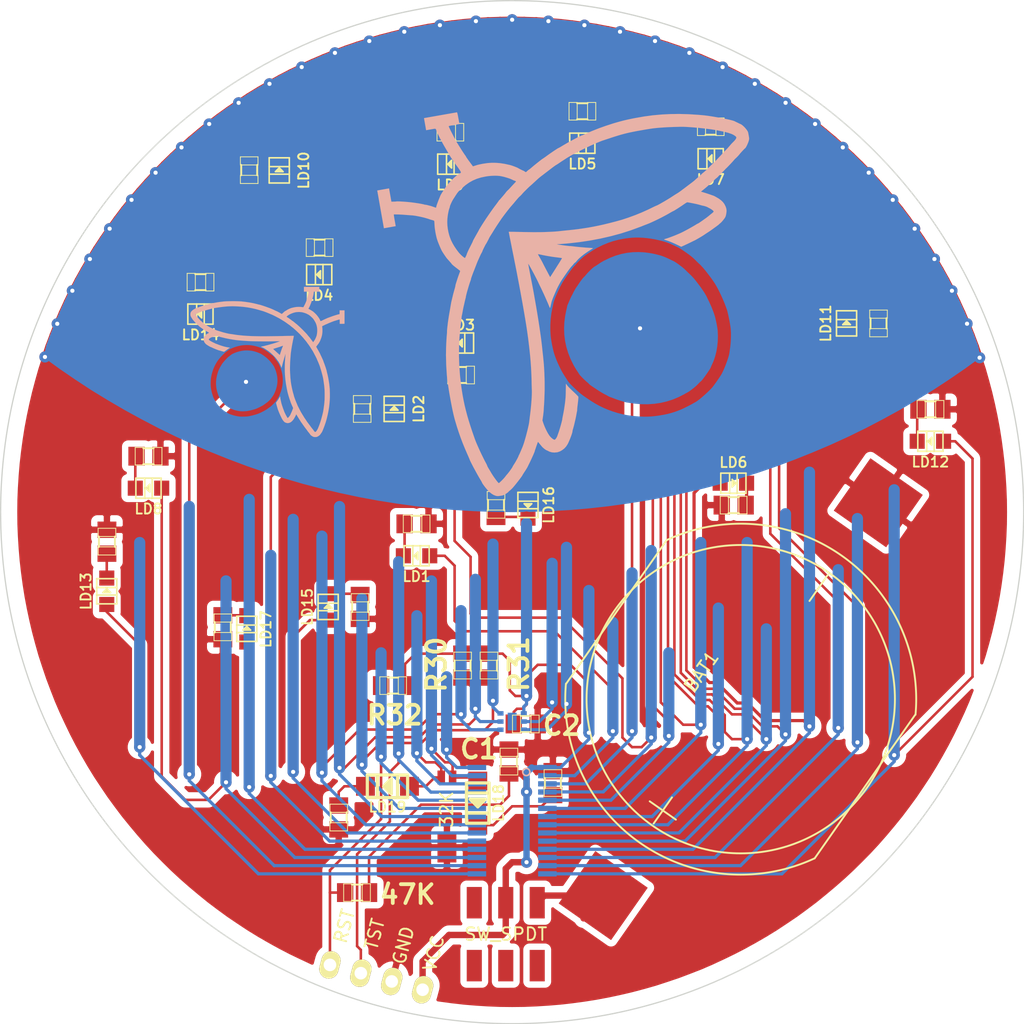
<source format=kicad_pcb>
(kicad_pcb (version 3) (host pcbnew "(2013-07-07 BZR 4022)-stable")
  (layers (15 F.Cu signal) (0 B.Cu signal) (18 B.Paste user) (19 F.Paste user) (20 B.SilkS user) (21 F.SilkS user) (22 B.Mask user) (23 F.Mask user) (28 Edge.Cuts user))
  (net 0 "")
  (net 1 /P1.0)
  (net 2 /P1.1)
  (net 3 /P1.2)
  (net 4 /P1.3)
  (net 5 /P1.4)
  (net 6 /P1.5)
  (net 7 /P2.0)
  (net 8 /P2.1)
  (net 9 /P2.2)
  (net 10 /P2.3)
  (net 11 /P2.4)
  (net 12 /P2.5)
  (net 13 /P2.6)
  (net 14 /P2.7)
  (net 15 /P3.0)
  (net 16 /P3.1)
  (net 17 /P3.2)
  (net 18 /P3.3)
  (net 19 /P3.4)
  (net 20 /P3.5)
  (net 21 /P3.6)
  (net 22 /P3.7)
  (net 23 /RST)
  (net 24 /SCL)
  (net 25 /SDA)
  (net 26 /TEST)
  (net 27 /VCC)
  (net 28 GND)
  (net 29 N-000001)
  (net 30 N-0000011)
  (net 31 N-0000013)
  (net 32 N-0000015)
  (net 33 N-0000017)
  (net 34 N-0000018)
  (net 35 N-000002)
  (net 36 N-0000020)
  (net 37 N-0000022)
  (net 38 N-0000025)
  (net 39 N-0000028)
  (net 40 N-0000029)
  (net 41 N-0000030)
  (net 42 N-0000033)
  (net 43 N-0000041)
  (net 44 N-0000043)
  (net 45 N-0000045)
  (net 46 N-0000049)
  (net 47 N-000005)
  (net 48 N-000007)
  (module tssop-28 (layer B.Cu) (at 208.28 171.831 270)
    (fp_text reference U1 hide)
    (fp_text value MSP430G2553IPW28 hide)
    (pad 7 smd rect (at -0.32512 -2.79908 270) (size 0.4191 1.47066) (layers B.Cu B.Paste B.Mask) (net 6 /P1.5))
    (pad 8 smd rect (at 0.32512 -2.79908 270) (size 0.4191 1.47066) (layers B.Cu B.Paste B.Mask) (net 16 /P3.1))
    (pad 9 smd rect (at 0.97536 -2.79908 270) (size 0.4191 1.47066) (layers B.Cu B.Paste B.Mask) (net 15 /P3.0))
    (pad 10 smd rect (at 1.6256 -2.79908 270) (size 0.4191 1.47066) (layers B.Cu B.Paste B.Mask) (net 7 /P2.0))
    (pad 25 smd rect (at -2.26568 2.794 270) (size 0.4191 1.47066) (layers B.Cu B.Paste B.Mask) (net 26 /TEST))
    (pad 4 smd rect (at -2.27584 -2.79908 270) (size 0.4191 1.47066) (layers B.Cu B.Paste B.Mask) (net 3 /P1.2))
    (pad 5 smd rect (at -1.6256 -2.79908 270) (size 0.4191 1.47066) (layers B.Cu B.Paste B.Mask) (net 4 /P1.3))
    (pad 6 smd rect (at -0.97536 -2.79908 270) (size 0.4191 1.47066) (layers B.Cu B.Paste B.Mask) (net 5 /P1.4))
    (pad 18 smd rect (at 2.27584 2.79908 270) (size 0.4191 1.47066) (layers B.Cu B.Paste B.Mask) (net 12 /P2.5))
    (pad 19 smd rect (at 1.6256 2.79908 270) (size 0.4191 1.47066) (layers B.Cu B.Paste B.Mask) (net 20 /P3.5))
    (pad 20 smd rect (at 0.97536 2.79908 270) (size 0.4191 1.47066) (layers B.Cu B.Paste B.Mask) (net 21 /P3.6))
    (pad 21 smd rect (at 0.32512 2.79908 270) (size 0.4191 1.47066) (layers B.Cu B.Paste B.Mask) (net 22 /P3.7))
    (pad 22 smd rect (at -0.32512 2.79908 270) (size 0.4191 1.47066) (layers B.Cu B.Paste B.Mask) (net 24 /SCL))
    (pad 23 smd rect (at -0.97536 2.79908 270) (size 0.4191 1.47066) (layers B.Cu B.Paste B.Mask) (net 25 /SDA))
    (pad 11 smd rect (at 2.27584 -2.79908 270) (size 0.4191 1.47066) (layers B.Cu B.Paste B.Mask) (net 8 /P2.1))
    (pad 24 smd rect (at -1.6256 2.794 270) (size 0.4191 1.47066) (layers B.Cu B.Paste B.Mask) (net 23 /RST))
    (pad 3 smd rect (at -2.92608 -2.79908 270) (size 0.4191 1.47066) (layers B.Cu B.Paste B.Mask) (net 2 /P1.1))
    (pad 12 smd rect (at 2.92608 -2.79908 270) (size 0.4191 1.47066) (layers B.Cu B.Paste B.Mask) (net 9 /P2.2))
    (pad 17 smd rect (at 2.92608 2.79908 270) (size 0.4191 1.47066) (layers B.Cu B.Paste B.Mask) (net 11 /P2.4))
    (pad 26 smd rect (at -2.92608 2.79908 270) (size 0.4191 1.47066) (layers B.Cu B.Paste B.Mask) (net 14 /P2.7))
    (pad 2 smd rect (at -3.57378 -2.79908 270) (size 0.4191 1.47066) (layers B.Cu B.Paste B.Mask) (net 1 /P1.0))
    (pad 13 smd rect (at 3.57378 -2.79908 270) (size 0.4191 1.47066) (layers B.Cu B.Paste B.Mask) (net 17 /P3.2))
    (pad 16 smd rect (at 3.57378 2.79908 270) (size 0.4191 1.47066) (layers B.Cu B.Paste B.Mask) (net 10 /P2.3))
    (pad 27 smd rect (at -3.57378 2.79908 270) (size 0.4191 1.47066) (layers B.Cu B.Paste B.Mask) (net 13 /P2.6))
    (pad 1 smd rect (at -4.22402 -2.79908 270) (size 0.4191 1.47066) (layers B.Cu B.Paste B.Mask) (net 27 /VCC))
    (pad 14 smd rect (at 4.22402 -2.79908 270) (size 0.4191 1.47066) (layers B.Cu B.Paste B.Mask) (net 18 /P3.3))
    (pad 15 smd rect (at 4.22402 2.79908 270) (size 0.4191 1.47066) (layers B.Cu B.Paste B.Mask) (net 19 /P3.4))
    (pad 28 smd rect (at -4.22402 2.79908 270) (size 0.4191 1.47066) (layers B.Cu B.Paste B.Mask) (net 28 GND))
  )
  (module MPD_BU2450SM (layer F.Cu) (at 226.441 162.179 235)
    (fp_text reference BAT1 (at 0 3.81 235) (layer F.SilkS))
    (fp_text value BAT hide)
    (pad 2 smd rect (at -19.05 0 235) (size 5.08 5.08) (layers F.Cu F.Paste F.Mask) (net 28 GND))
    (pad 1 smd rect (at 19.05 0 235) (size 5.08 5.08) (layers F.Cu F.Paste F.Mask) (net 38 N-0000025))
  )
  (module PROG_HEADER (layer F.Cu) (at 197.485 184.277 165)
    (fp_text reference J1 hide)
    (fp_text value HEADER_4 hide)
    (fp_text user RST (at 3.505292 3.268122 255) (layer F.SilkS))
    (fp_text user TST (at 1.010163 3.27929 255) (layer F.SilkS))
    (fp_text user GND (at -1.428033 3.012242 255) (layer F.SilkS))
    (fp_text user VCC (at -3.923163 3.023409 255) (layer F.SilkS))
    (pad 1 thru_hole oval (at -3.81 0 165) (size 1.524 2.19964) (drill 1.00076) (layers F.Cu F.SilkS F.Mask) (net 27 /VCC))
    (pad 2 thru_hole oval (at -1.27 0 165) (size 1.524 2.19964) (drill 1.00076) (layers F.Cu F.SilkS F.Mask) (net 28 GND))
    (pad 3 thru_hole oval (at 1.27 0 165) (size 1.524 2.19964) (drill 1.00076) (layers F.Cu F.SilkS F.Mask) (net 26 /TEST))
    (pad 4 thru_hole oval (at 3.81 0 165) (size 1.524 2.19964) (drill 1.00076) (layers F.Cu F.SilkS F.Mask) (net 23 /RST))
  )
  (module DPDT-SMD (layer F.Cu) (at 207.772 180.848 180)
    (fp_text reference SW1 hide)
    (fp_text value SW_SPDT (at 0 0 180) (layer F.SilkS))
    (pad 1 smd rect (at -2.5 2.5 180) (size 1.2 2.5) (layers F.Cu F.Paste F.Mask) (net 38 N-0000025))
    (pad 2 smd rect (at 0 2.5 180) (size 1.2 2.5) (layers F.Cu F.Paste F.Mask) (net 27 /VCC))
    (pad 3 smd rect (at 2.5 2.5 180) (size 1.2 2.5) (layers F.Cu F.Paste F.Mask))
    (pad 4 smd rect (at -2.5 -2.5 180) (size 1.2 2.5) (layers F.Cu F.Paste F.Mask))
    (pad 5 smd rect (at 0 -2.5 180) (size 1.2 2.5) (layers F.Cu F.Paste F.Mask))
    (pad 6 smd rect (at 2.5 -2.5 180) (size 1.2 2.5) (layers F.Cu F.Paste F.Mask))
  )
  (module MAX44009 (layer B.Cu) (at 208.28 163.957 180)
    (fp_text reference U2 hide)
    (fp_text value MAXIM_MAX44009 hide)
    (pad "" smd rect (at 0 0 180) (size 0.71 1.4) (layers B.Cu B.Paste B.Mask))
    (pad 2 smd rect (at -0.925 0 180) (size 0.48 0.36) (layers B.Cu B.Paste B.Mask) (net 28 GND))
    (pad 5 smd rect (at 0.925 0 180) (size 0.48 0.36) (layers B.Cu B.Paste B.Mask) (net 24 /SCL))
    (pad 6 smd rect (at 0.925 0.65 180) (size 0.48 0.36) (layers B.Cu B.Paste B.Mask) (net 25 /SDA))
    (pad 4 smd rect (at 0.925 -0.65 180) (size 0.48 0.36) (layers B.Cu B.Paste B.Mask) (net 22 /P3.7))
    (pad 3 smd rect (at -0.925 -0.65 180) (size 0.48 0.36) (layers B.Cu B.Paste B.Mask) (net 28 GND))
    (pad 1 smd rect (at -0.925 0.65 180) (size 0.48 0.36) (layers B.Cu B.Paste B.Mask) (net 27 /VCC))
  )
  (module dp_devices-C805 (layer F.Cu) (at 208.026 167.132 90)
    (fp_text reference C1 hide)
    (fp_text value 100nF hide)
    (pad 1 smd rect (at -0.94996 0 90) (size 1.29794 1.4986) (layers F.Cu F.Paste F.Mask) (net 27 /VCC))
    (pad 2 smd rect (at 0.94996 0 90) (size 1.29794 1.4986) (layers F.Cu F.Paste F.Mask) (net 28 GND))
  )
  (module Led_0805 (layer F.Cu) (at 200.6854 150.7871 180)
    (fp_text reference LD1 (at 0 -1.651 180) (layer F.SilkS) (effects (font (size 0.8001 0.8001) (thickness 0.14986))))
    (fp_text value LED hide)
    (pad 1 smd rect (at -1.04902 0 180) (size 1.19888 1.19888) (layers F.Cu F.Paste F.Mask) (net 1 /P1.0))
    (pad 2 smd rect (at 1.04902 0 180) (size 1.19888 1.19888) (layers F.Cu F.Paste F.Mask) (net 42 N-0000033))
  )
  (module Led_0805 (layer F.Cu) (at 213.8553 118.0084 180)
    (fp_text reference LD5 (at 0 -1.651 180) (layer F.SilkS) (effects (font (size 0.8001 0.8001) (thickness 0.14986))))
    (fp_text value LED hide)
    (pad 1 smd rect (at -1.04902 0 180) (size 1.19888 1.19888) (layers F.Cu F.Paste F.Mask) (net 7 /P2.0))
    (pad 2 smd rect (at 1.04902 0 180) (size 1.19888 1.19888) (layers F.Cu F.Paste F.Mask) (net 45 N-0000045))
  )
  (module Led_0805 (layer F.Cu) (at 187.198 156.591 90)
    (fp_text reference LD17 (at -0.0254 1.524 90) (layer F.SilkS) (effects (font (size 0.8001 0.8001) (thickness 0.14986))))
    (fp_text value LED hide)
    (pad 1 smd rect (at -1.04902 0 90) (size 1.19888 1.19888) (layers F.Cu F.Paste F.Mask) (net 12 /P2.5))
    (pad 2 smd rect (at 1.04902 0 90) (size 1.19888 1.19888) (layers F.Cu F.Paste F.Mask) (net 39 N-0000028))
  )
  (module Led_0805 (layer F.Cu) (at 209.5373 146.7485 270)
    (fp_text reference LD16 (at 0 -1.651 270) (layer F.SilkS) (effects (font (size 0.8001 0.8001) (thickness 0.14986))))
    (fp_text value LED hide)
    (pad 1 smd rect (at -1.04902 0 270) (size 1.19888 1.19888) (layers F.Cu F.Paste F.Mask) (net 4 /P1.3))
    (pad 2 smd rect (at 1.04902 0 270) (size 1.19888 1.19888) (layers F.Cu F.Paste F.Mask) (net 30 N-0000011))
  )
  (module Led_0805 (layer F.Cu) (at 193.6623 154.8511 90)
    (fp_text reference LD15 (at 0 -1.651 90) (layer F.SilkS) (effects (font (size 0.8001 0.8001) (thickness 0.14986))))
    (fp_text value LED hide)
    (pad 1 smd rect (at -1.04902 0 90) (size 1.19888 1.19888) (layers F.Cu F.Paste F.Mask) (net 21 /P3.6))
    (pad 2 smd rect (at 1.04902 0 90) (size 1.19888 1.19888) (layers F.Cu F.Paste F.Mask) (net 29 N-000001))
  )
  (module Led_0805 (layer F.Cu) (at 183.515 131.5847 180)
    (fp_text reference LD14 (at 0 -1.651 180) (layer F.SilkS) (effects (font (size 0.8001 0.8001) (thickness 0.14986))))
    (fp_text value LED hide)
    (pad 1 smd rect (at -1.04902 0 180) (size 1.19888 1.19888) (layers F.Cu F.Paste F.Mask) (net 20 /P3.5))
    (pad 2 smd rect (at 1.04902 0 180) (size 1.19888 1.19888) (layers F.Cu F.Paste F.Mask) (net 48 N-000007))
  )
  (module Led_0805 (layer F.Cu) (at 176.0728 153.6065 90)
    (fp_text reference LD13 (at 0 -1.651 90) (layer F.SilkS) (effects (font (size 0.8001 0.8001) (thickness 0.14986))))
    (fp_text value LED hide)
    (pad 1 smd rect (at -1.04902 0 90) (size 1.19888 1.19888) (layers F.Cu F.Paste F.Mask) (net 19 /P3.4))
    (pad 2 smd rect (at 1.04902 0 90) (size 1.19888 1.19888) (layers F.Cu F.Paste F.Mask) (net 47 N-000005))
  )
  (module Led_0805 (layer F.Cu) (at 241.50955 141.68755 180)
    (fp_text reference LD12 (at 0 -1.651 180) (layer F.SilkS) (effects (font (size 0.8001 0.8001) (thickness 0.14986))))
    (fp_text value LED hide)
    (pad 1 smd rect (at -1.04902 0 180) (size 1.19888 1.19888) (layers F.Cu F.Paste F.Mask) (net 18 /P3.3))
    (pad 2 smd rect (at 1.04902 0 180) (size 1.19888 1.19888) (layers F.Cu F.Paste F.Mask) (net 35 N-000002))
  )
  (module Led_0805 (layer F.Cu) (at 198.9074 139.1158 90)
    (fp_text reference LD2 (at 0 1.9558 90) (layer F.SilkS) (effects (font (size 0.8001 0.8001) (thickness 0.14986))))
    (fp_text value LED hide)
    (pad 1 smd rect (at -1.04902 0 90) (size 1.19888 1.19888) (layers F.Cu F.Paste F.Mask) (net 3 /P1.2))
    (pad 2 smd rect (at 1.04902 0 90) (size 1.19888 1.19888) (layers F.Cu F.Paste F.Mask) (net 46 N-0000049))
  )
  (module Led_0805 (layer F.Cu) (at 234.8484 132.3213 90)
    (fp_text reference LD11 (at 0 -1.651 90) (layer F.SilkS) (effects (font (size 0.8001 0.8001) (thickness 0.14986))))
    (fp_text value LED hide)
    (pad 1 smd rect (at -1.04902 0 90) (size 1.19888 1.19888) (layers F.Cu F.Paste F.Mask) (net 17 /P3.2))
    (pad 2 smd rect (at 1.04902 0 90) (size 1.19888 1.19888) (layers F.Cu F.Paste F.Mask) (net 37 N-0000022))
  )
  (module Led_0805 (layer F.Cu) (at 189.7761 120.1674 90)
    (fp_text reference LD10 (at 0 1.9431 90) (layer F.SilkS) (effects (font (size 0.8001 0.8001) (thickness 0.14986))))
    (fp_text value LED hide)
    (pad 1 smd rect (at -1.04902 0 90) (size 1.19888 1.19888) (layers F.Cu F.Paste F.Mask) (net 16 /P3.1))
    (pad 2 smd rect (at 1.04902 0 90) (size 1.19888 1.19888) (layers F.Cu F.Paste F.Mask) (net 36 N-0000020))
  )
  (module Led_0805 (layer F.Cu) (at 204.216 133.8834 180)
    (fp_text reference LD3 (at 0 1.4224 180) (layer F.SilkS) (effects (font (size 0.8001 0.8001) (thickness 0.14986))))
    (fp_text value LED hide)
    (pad 1 smd rect (at -1.04902 0 180) (size 1.19888 1.19888) (layers F.Cu F.Paste F.Mask) (net 5 /P1.4))
    (pad 2 smd rect (at 1.04902 0 180) (size 1.19888 1.19888) (layers F.Cu F.Paste F.Mask) (net 43 N-0000041))
  )
  (module Led_0805 (layer F.Cu) (at 203.3651 119.6721 180)
    (fp_text reference LD9 (at 0 -1.651 180) (layer F.SilkS) (effects (font (size 0.8001 0.8001) (thickness 0.14986))))
    (fp_text value LED hide)
    (pad 1 smd rect (at -1.04902 0 180) (size 1.19888 1.19888) (layers F.Cu F.Paste F.Mask) (net 15 /P3.0))
    (pad 2 smd rect (at 1.04902 0 180) (size 1.19888 1.19888) (layers F.Cu F.Paste F.Mask) (net 34 N-0000018))
  )
  (module Led_0805 (layer F.Cu) (at 179.3875 145.415 180)
    (fp_text reference LD8 (at 0 -1.651 180) (layer F.SilkS) (effects (font (size 0.8001 0.8001) (thickness 0.14986))))
    (fp_text value LED hide)
    (pad 1 smd rect (at -1.04902 0 180) (size 1.19888 1.19888) (layers F.Cu F.Paste F.Mask) (net 11 /P2.4))
    (pad 2 smd rect (at 1.04902 0 180) (size 1.19888 1.19888) (layers F.Cu F.Paste F.Mask) (net 33 N-0000017))
  )
  (module Led_0805 (layer F.Cu) (at 192.9511 128.4478 180)
    (fp_text reference LD4 (at 0 -1.651 180) (layer F.SilkS) (effects (font (size 0.8001 0.8001) (thickness 0.14986))))
    (fp_text value LED hide)
    (pad 1 smd rect (at -1.04902 0 180) (size 1.19888 1.19888) (layers F.Cu F.Paste F.Mask) (net 6 /P1.5))
    (pad 2 smd rect (at 1.04902 0 180) (size 1.19888 1.19888) (layers F.Cu F.Paste F.Mask) (net 44 N-0000043))
  )
  (module Led_0805 (layer F.Cu) (at 224.0534 119.2403 180)
    (fp_text reference LD7 (at 0 -1.651 180) (layer F.SilkS) (effects (font (size 0.8001 0.8001) (thickness 0.14986))))
    (fp_text value LED hide)
    (pad 1 smd rect (at -1.04902 0 180) (size 1.19888 1.19888) (layers F.Cu F.Paste F.Mask) (net 9 /P2.2))
    (pad 2 smd rect (at 1.04902 0 180) (size 1.19888 1.19888) (layers F.Cu F.Paste F.Mask) (net 32 N-0000015))
  )
  (module Led_0805 (layer F.Cu) (at 225.8568 145.0213)
    (fp_text reference LD6 (at 0 -1.651) (layer F.SilkS) (effects (font (size 0.8001 0.8001) (thickness 0.14986))))
    (fp_text value LED hide)
    (pad 1 smd rect (at -1.04902 0) (size 1.19888 1.19888) (layers F.Cu F.Paste F.Mask) (net 8 /P2.1))
    (pad 2 smd rect (at 1.04902 0) (size 1.19888 1.19888) (layers F.Cu F.Paste F.Mask) (net 31 N-0000013))
  )
  (module FIREFLY_SM (layer B.Cu) (at 188.849 135.382)
    (fp_text reference J3 hide)
    (fp_text value HEADER_1 hide)
    (fp_poly (pts (xy 0.78486 1.50622) (xy 0.7747 1.6891) (xy 0.74676 1.87452) (xy 0.71374 2.0193) (xy 0.69088 2.10058) (xy 0.66294 2.18948) (xy 0.63246 2.27838) (xy 0.59944 2.3622) (xy 0.56896 2.43332) (xy 0.56896 2.43332) (xy 0.55118 2.46888) (xy 0.53594 2.50444) (xy 0.52324 2.52984) (xy 0.5207 2.53492) (xy 0.50292 2.57048) (xy 0.47752 2.6162) (xy 0.44704 2.667) (xy 0.41148 2.72288) (xy 0.37592 2.77368) (xy 0.3556 2.80162) (xy 0.32766 2.83972) (xy 0.30226 2.87528) (xy 0.2794 2.9083) (xy 0.2667 2.92608) (xy 0.24892 2.94894) (xy 0.22098 2.98196) (xy 0.18288 3.01752) (xy 0.14224 3.0607) (xy 0.09652 3.10388) (xy 0.0508 3.14452) (xy 0.00762 3.18262) (xy -0.03048 3.21564) (xy -0.0635 3.2385) (xy -0.07112 3.24358) (xy -0.09144 3.25882) (xy -0.12192 3.27914) (xy -0.15748 3.30454) (xy -0.18542 3.3274) (xy -0.23368 3.36296) (xy -0.27686 3.39344) (xy -0.31496 3.41884) (xy -0.35306 3.44424) (xy -0.3937 3.46964) (xy -0.43942 3.49504) (xy -0.49022 3.52044) (xy -0.55118 3.55346) (xy -0.62484 3.59156) (xy -0.65532 3.6068) (xy -0.73152 3.64236) (xy -0.80518 3.67792) (xy -0.8763 3.7084) (xy -0.94234 3.7338) (xy -0.99822 3.75412) (xy -1.0287 3.76428) (xy -1.05156 3.76936) (xy -1.08712 3.77952) (xy -1.1303 3.79222) (xy -1.17856 3.80492) (xy -1.2065 3.81254) (xy -1.37922 3.85826) (xy -1.55448 3.89382) (xy -1.65608 3.90906) (xy -1.70688 3.91414) (xy -1.76784 3.91668) (xy -1.83642 3.92176) (xy -1.91008 3.9243) (xy -1.9812 3.9243) (xy -2.04978 3.9243) (xy -2.1082 3.92176) (xy -2.15392 3.91922) (xy -2.15392 3.91922) (xy -2.32156 3.89636) (xy -2.48412 3.86334) (xy -2.6416 3.82016) (xy -2.794 3.76428) (xy -2.93624 3.70078) (xy -3.06578 3.62966) (xy -3.1496 3.57632) (xy -3.18516 3.55092) (xy -3.21818 3.5306) (xy -3.24104 3.51282) (xy -3.25374 3.5052) (xy -3.25628 3.5052) (xy -3.26644 3.50012) (xy -3.2893 3.48234) (xy -3.31978 3.4544) (xy -3.35788 3.41884) (xy -3.4036 3.37566) (xy -3.45186 3.3274) (xy -3.47472 3.30454) (xy -3.52806 3.24866) (xy -3.57124 3.20294) (xy -3.60426 3.16738) (xy -3.62712 3.13944) (xy -3.64236 3.11658) (xy -3.64998 3.10388) (xy -3.66014 3.08864) (xy -3.67538 3.06324) (xy -3.69316 3.04038) (xy -3.71348 3.0099) (xy -3.73634 2.97942) (xy -3.74904 2.9591) (xy -3.76428 2.93624) (xy -3.7846 2.90068) (xy -3.80746 2.86004) (xy -3.83286 2.81686) (xy -3.85572 2.77114) (xy -3.87604 2.7305) (xy -3.89382 2.69494) (xy -3.90398 2.67208) (xy -3.90398 2.66954) (xy -3.9116 2.64922) (xy -3.92176 2.6162) (xy -3.937 2.5781) (xy -3.95224 2.53492) (xy -3.95224 2.53238) (xy -4.0132 2.3368) (xy -4.05638 2.13868) (xy -4.08432 1.93802) (xy -4.09702 1.73482) (xy -4.0894 1.52908) (xy -4.06908 1.32588) (xy -4.02844 1.12014) (xy -3.9751 0.9144) (xy -3.95478 0.8509) (xy -3.93954 0.80518) (xy -3.9243 0.762) (xy -3.9116 0.72644) (xy -3.90398 0.70104) (xy -3.90144 0.69342) (xy -3.89128 0.66802) (xy -3.8735 0.62992) (xy -3.85318 0.58166) (xy -3.82778 0.53086) (xy -3.79984 0.47752) (xy -3.7719 0.42418) (xy -3.74396 0.37592) (xy -3.7211 0.33528) (xy -3.71348 0.32258) (xy -3.69062 0.28448) (xy -3.66776 0.24892) (xy -3.64998 0.21844) (xy -3.63982 0.19812) (xy -3.62458 0.17018) (xy -3.60426 0.14224) (xy -3.60172 0.1397) (xy -3.58648 0.12192) (xy -3.56616 0.09652) (xy -3.54076 0.0635) (xy -3.51028 0.0254) (xy -3.49758 0.00762) (xy -3.47472 -0.02032) (xy -3.44678 -0.05334) (xy -3.41122 -0.09398) (xy -3.37312 -0.13716) (xy -3.32994 -0.18034) (xy -3.2893 -0.22606) (xy -3.24866 -0.26924) (xy -3.20802 -0.30988) (xy -3.175 -0.3429) (xy -3.14452 -0.37084) (xy -3.1242 -0.38862) (xy -3.11404 -0.39878) (xy -3.1115 -0.39878) (xy -3.10388 -0.40386) (xy -3.0861 -0.41656) (xy -3.06324 -0.43434) (xy -3.02768 -0.46228) (xy -2.98958 -0.49276) (xy -2.94386 -0.52578) (xy -2.90068 -0.5588) (xy -2.8575 -0.58928) (xy -2.81686 -0.61468) (xy -2.78638 -0.635) (xy -2.76352 -0.6477) (xy -2.75844 -0.65024) (xy -2.73558 -0.65786) (xy -2.7051 -0.67056) (xy -2.667 -0.68834) (xy -2.6416 -0.70104) (xy -2.60096 -0.71628) (xy -2.5527 -0.7366) (xy -2.49682 -0.75692) (xy -2.44348 -0.77724) (xy -2.42062 -0.78486) (xy -2.2225 -0.84074) (xy -2.02438 -0.88138) (xy -1.82626 -0.90678) (xy -1.63068 -0.91186) (xy -1.43256 -0.9017) (xy -1.23444 -0.8763) (xy -1.03886 -0.83058) (xy -0.84328 -0.76962) (xy -0.6731 -0.70358) (xy -0.63246 -0.6858) (xy -0.59436 -0.67056) (xy -0.56896 -0.65786) (xy -0.55118 -0.65278) (xy -0.54864 -0.65278) (xy -0.53848 -0.6477) (xy -0.5207 -0.63754) (xy -0.51816 -0.635) (xy -0.50292 -0.62484) (xy -0.47752 -0.6096) (xy -0.44196 -0.58674) (xy -0.40386 -0.56134) (xy -0.38608 -0.54864) (xy -0.34544 -0.5207) (xy -0.30734 -0.4953) (xy -0.27686 -0.47498) (xy -0.25654 -0.45974) (xy -0.25146 -0.45466) (xy -0.2286 -0.43434) (xy -0.20066 -0.41402) (xy -0.19304 -0.40894) (xy -0.16764 -0.39116) (xy -0.13716 -0.3683) (xy -0.10414 -0.3429) (xy -0.07112 -0.31242) (xy -0.0381 -0.28702) (xy -0.01524 -0.26416) (xy -0.00254 -0.25146) (xy 0.01016 -0.23876) (xy 0.03302 -0.2159) (xy 0.05842 -0.1905) (xy 0.0762 -0.17526) (xy 0.10668 -0.14478) (xy 0.1397 -0.1143) (xy 0.17272 -0.07874) (xy 0.2032 -0.04318) (xy 0.23114 -0.0127) (xy 0.254 0.0127) (xy 0.2667 0.03048) (xy 0.27178 0.0381) (xy 0.27686 0.04826) (xy 0.28956 0.06604) (xy 0.30988 0.09144) (xy 0.31496 0.09652) (xy 0.3429 0.127) (xy 0.37084 0.1651) (xy 0.40132 0.20828) (xy 0.43434 0.254) (xy 0.46228 0.29718) (xy 0.49022 0.33782) (xy 0.51054 0.37338) (xy 0.52578 0.40132) (xy 0.5334 0.4191) (xy 0.5334 0.42164) (xy 0.53594 0.4318) (xy 0.5461 0.45212) (xy 0.5588 0.4826) (xy 0.5715 0.51562) (xy 0.58928 0.55626) (xy 0.60706 0.59436) (xy 0.61976 0.62484) (xy 0.62738 0.64008) (xy 0.635 0.66294) (xy 0.6477 0.69596) (xy 0.6604 0.73406) (xy 0.66802 0.75692) (xy 0.72136 0.94742) (xy 0.75946 1.13538) (xy 0.77978 1.3208) (xy 0.78486 1.50622) (xy 0.78486 1.50622)) (layer B.Cu) (width 0.00254))
    (pad 1 smd circle (at 0 0) (size 0.254 0.254) (layers B.Cu B.Paste B.Mask) (net 10 /P2.3))
  )
  (module FIREFLY_LRG (layer B.Cu) (at 214.0204 129.286 100)
    (fp_text reference J2 hide)
    (fp_text value HEADER_1 hide)
    (fp_poly (pts (xy 1.94056 3.76428) (xy 1.91262 4.22402) (xy 1.84404 4.6863) (xy 1.76276 5.04952) (xy 1.70688 5.25272) (xy 1.63576 5.4737) (xy 1.55956 5.69468) (xy 1.47828 5.90296) (xy 1.39954 6.08584) (xy 1.39954 6.08584) (xy 1.35636 6.17474) (xy 1.31826 6.2611) (xy 1.28778 6.32714) (xy 1.2827 6.33984) (xy 1.23698 6.42874) (xy 1.17348 6.54304) (xy 1.09474 6.67004) (xy 1.00838 6.80466) (xy 0.91948 6.9342) (xy 0.86614 7.00532) (xy 0.79756 7.0993) (xy 0.73406 7.19074) (xy 0.67818 7.26948) (xy 0.6477 7.31266) (xy 0.60198 7.37108) (xy 0.52832 7.45236) (xy 0.43688 7.54634) (xy 0.33274 7.65048) (xy 0.21844 7.75716) (xy 0.10668 7.8613) (xy -0.00254 7.95782) (xy -0.09906 8.03656) (xy -0.1778 8.09498) (xy -0.19812 8.11022) (xy -0.25146 8.14578) (xy -0.32766 8.19912) (xy -0.41402 8.26262) (xy -0.48768 8.31596) (xy -0.60706 8.40486) (xy -0.7112 8.48106) (xy -0.81026 8.5471) (xy -0.90678 8.6106) (xy -1.00584 8.67156) (xy -1.1176 8.73506) (xy -1.24714 8.80364) (xy -1.39954 8.88238) (xy -1.58242 8.97636) (xy -1.66116 9.017) (xy -1.84912 9.10844) (xy -2.03454 9.19226) (xy -2.21234 9.271) (xy -2.3749 9.3345) (xy -2.5146 9.3853) (xy -2.5908 9.40816) (xy -2.64922 9.4234) (xy -2.73812 9.4488) (xy -2.84734 9.47928) (xy -2.96672 9.51484) (xy -3.03784 9.53516) (xy -3.47218 9.64438) (xy -3.90652 9.73074) (xy -4.16052 9.76884) (xy -4.28752 9.78408) (xy -4.44246 9.79424) (xy -4.61518 9.80186) (xy -4.79552 9.80948) (xy -4.97586 9.81202) (xy -5.14604 9.81202) (xy -5.29082 9.80694) (xy -5.40512 9.79932) (xy -5.40766 9.79932) (xy -5.82168 9.74344) (xy -6.23062 9.65962) (xy -6.62686 9.54786) (xy -7.00532 9.41324) (xy -7.35838 9.25576) (xy -7.68604 9.07796) (xy -7.89432 8.9408) (xy -7.98576 8.8773) (xy -8.0645 8.82396) (xy -8.12292 8.78586) (xy -8.15594 8.76554) (xy -8.16102 8.763) (xy -8.18896 8.74776) (xy -8.24484 8.70458) (xy -8.32104 8.63854) (xy -8.41502 8.54964) (xy -8.52678 8.44042) (xy -8.65378 8.31596) (xy -8.70966 8.26008) (xy -8.84428 8.12038) (xy -8.94842 8.00862) (xy -9.0297 7.91972) (xy -9.08812 7.8486) (xy -9.12622 7.79272) (xy -9.14654 7.75716) (xy -9.1694 7.71906) (xy -9.2075 7.66064) (xy -9.25068 7.59968) (xy -9.30656 7.52348) (xy -9.36244 7.44474) (xy -9.39546 7.39902) (xy -9.43356 7.3406) (xy -9.48436 7.25424) (xy -9.54278 7.15264) (xy -9.6012 7.04088) (xy -9.65962 6.92912) (xy -9.71296 6.82498) (xy -9.7536 6.74116) (xy -9.779 6.6802) (xy -9.78154 6.67512) (xy -9.79932 6.62432) (xy -9.82726 6.54304) (xy -9.86028 6.44398) (xy -9.89838 6.3373) (xy -9.90346 6.32968) (xy -10.05332 5.83946) (xy -10.16508 5.34416) (xy -10.23366 4.84124) (xy -10.2616 4.33578) (xy -10.24636 3.82524) (xy -10.19048 3.31216) (xy -10.09396 2.79908) (xy -9.9568 2.28346) (xy -9.906 2.12852) (xy -9.8679 2.01168) (xy -9.83234 1.905) (xy -9.80186 1.8161) (xy -9.78154 1.75514) (xy -9.77646 1.73482) (xy -9.75106 1.66878) (xy -9.70788 1.57226) (xy -9.652 1.45542) (xy -9.5885 1.32588) (xy -9.51992 1.19126) (xy -9.4488 1.05918) (xy -9.38276 0.93726) (xy -9.32434 0.83566) (xy -9.30402 0.80518) (xy -9.2456 0.70866) (xy -9.19226 0.61976) (xy -9.14908 0.54356) (xy -9.12368 0.49784) (xy -9.0805 0.42672) (xy -9.03224 0.35814) (xy -9.02208 0.34544) (xy -8.98906 0.30734) (xy -8.93572 0.2413) (xy -8.86968 0.15748) (xy -8.79856 0.06096) (xy -8.76554 0.01778) (xy -8.70966 -0.04826) (xy -8.636 -0.13462) (xy -8.54964 -0.23368) (xy -8.45312 -0.34036) (xy -8.34898 -0.45212) (xy -8.2423 -0.56388) (xy -8.1407 -0.6731) (xy -8.04418 -0.77216) (xy -7.95782 -0.85852) (xy -7.8867 -0.9271) (xy -7.83336 -0.97536) (xy -7.80542 -0.99568) (xy -7.80288 -0.99568) (xy -7.78002 -1.00838) (xy -7.7343 -1.0414) (xy -7.67588 -1.08712) (xy -7.59206 -1.1557) (xy -7.493 -1.23444) (xy -7.38378 -1.31572) (xy -7.26948 -1.397) (xy -7.1628 -1.47066) (xy -7.06374 -1.5367) (xy -6.985 -1.5875) (xy -6.92912 -1.61798) (xy -6.91388 -1.6256) (xy -6.86054 -1.64592) (xy -6.7818 -1.67894) (xy -6.68782 -1.71958) (xy -6.62178 -1.75006) (xy -6.52526 -1.7907) (xy -6.40334 -1.83896) (xy -6.26618 -1.8923) (xy -6.12902 -1.94056) (xy -6.0706 -1.96088) (xy -5.57784 -2.10312) (xy -5.08254 -2.20472) (xy -4.58978 -2.26314) (xy -4.09448 -2.28092) (xy -3.60172 -2.25552) (xy -3.10896 -2.18694) (xy -2.61874 -2.07772) (xy -2.13106 -1.92532) (xy -1.7018 -1.75768) (xy -1.6002 -1.71196) (xy -1.50876 -1.6764) (xy -1.44018 -1.64846) (xy -1.39954 -1.63322) (xy -1.39192 -1.63068) (xy -1.36398 -1.62052) (xy -1.3208 -1.59258) (xy -1.31826 -1.59004) (xy -1.28016 -1.56464) (xy -1.21412 -1.52146) (xy -1.1303 -1.46558) (xy -1.03124 -1.40208) (xy -0.98552 -1.3716) (xy -0.88392 -1.30556) (xy -0.79248 -1.24206) (xy -0.71374 -1.18618) (xy -0.66294 -1.14554) (xy -0.6477 -1.13538) (xy -0.59182 -1.08712) (xy -0.52324 -1.03632) (xy -0.50038 -1.02108) (xy -0.44196 -0.98044) (xy -0.36576 -0.92202) (xy -0.28194 -0.85344) (xy -0.19558 -0.78232) (xy -0.11938 -0.71628) (xy -0.05842 -0.6604) (xy -0.0254 -0.62738) (xy 0.00508 -0.59436) (xy 0.05842 -0.54102) (xy 0.127 -0.47752) (xy 0.17018 -0.43688) (xy 0.24384 -0.36576) (xy 0.32766 -0.28194) (xy 0.40894 -0.19558) (xy 0.49022 -0.11176) (xy 0.5588 -0.03302) (xy 0.61214 0.03302) (xy 0.6477 0.0762) (xy 0.65532 0.09652) (xy 0.67056 0.11938) (xy 0.70358 0.16764) (xy 0.75438 0.22606) (xy 0.76962 0.24384) (xy 0.83312 0.32004) (xy 0.90678 0.41402) (xy 0.98552 0.5207) (xy 1.06426 0.63246) (xy 1.13792 0.74168) (xy 1.20396 0.84582) (xy 1.2573 0.93472) (xy 1.2954 1.0033) (xy 1.31064 1.04648) (xy 1.31318 1.05156) (xy 1.3208 1.07696) (xy 1.34366 1.13284) (xy 1.37414 1.20904) (xy 1.4097 1.29032) (xy 1.45288 1.38938) (xy 1.49606 1.48336) (xy 1.52908 1.55956) (xy 1.54686 1.59766) (xy 1.56718 1.65608) (xy 1.59766 1.7399) (xy 1.63068 1.83642) (xy 1.64846 1.8923) (xy 1.78308 2.36982) (xy 1.87706 2.83972) (xy 1.92786 3.30454) (xy 1.94056 3.76428) (xy 1.94056 3.76428)) (layer B.Cu) (width 0.00254))
    (pad 1 smd circle (at 0 0 100) (size 0.254 0.254) (layers B.Cu B.Paste B.Mask) (net 2 /P1.1))
  )
  (module crystal_sqr_1.4x6.7_smd (layer F.Cu) (at 203.0984 171.5008 90)
    (fp_text reference X1 hide)
    (fp_text value 32K (at 0.5588 -0.0254 90) (layer F.SilkS))
    (pad 3 smd rect (at -2.45 0 90) (size 2.4 1.5) (layers F.Cu F.Paste F.Mask) (net 28 GND))
    (pad 1 smd rect (at 3.1 -0.45 90) (size 1.1 0.6) (layers F.Cu F.Paste F.Mask) (net 14 /P2.7))
    (pad 2 smd rect (at 3.1 0.45 90) (size 1.1 0.6) (layers F.Cu F.Paste F.Mask) (net 13 /P2.6))
  )
  (module Led_1206 (layer F.Cu) (at 198.374 169.1005 180)
    (fp_text reference LD19 (at 0 -1.651 180) (layer F.SilkS) (effects (font (size 0.8001 0.8001) (thickness 0.14986))))
    (fp_text value LED hide)
    (pad 1 smd rect (at -1.74752 0 180) (size 1.4986 1.4986) (layers F.Cu F.Paste F.Mask) (net 14 /P2.7))
    (pad 2 smd rect (at 1.74752 0 180) (size 1.4986 1.4986) (layers F.Cu F.Paste F.Mask) (net 41 N-0000030))
  )
  (module Led_1206 (layer F.Cu) (at 205.5495 170.434 270)
    (fp_text reference LD18 (at 0 -1.651 270) (layer F.SilkS) (effects (font (size 0.8001 0.8001) (thickness 0.14986))))
    (fp_text value LED hide)
    (pad 1 smd rect (at -1.74752 0 270) (size 1.4986 1.4986) (layers F.Cu F.Paste F.Mask) (net 13 /P2.6))
    (pad 2 smd rect (at 1.74752 0 270) (size 1.4986 1.4986) (layers F.Cu F.Paste F.Mask) (net 40 N-0000029))
  )
  (module dp_devices-C805 (layer F.Cu) (at 209.3595 164.1475 180)
    (fp_text reference C2 hide)
    (fp_text value 1uF hide)
    (pad 1 smd rect (at -0.94996 0 180) (size 1.29794 1.4986) (layers F.Cu F.Paste F.Mask) (net 28 GND))
    (pad 2 smd rect (at 0.94996 0 180) (size 1.29794 1.4986) (layers F.Cu F.Paste F.Mask) (net 27 /VCC))
  )
  (module dp_devices-R805 (layer F.Cu) (at 185.293 156.464 90)
    (fp_text reference R17 hide)
    (fp_text value RESISTOR hide)
    (pad 1 smd rect (at -0.94996 0 90) (size 1.29794 1.4986) (layers F.Cu F.Paste F.Mask) (net 28 GND))
    (pad 2 smd rect (at 0.94996 0 90) (size 1.29794 1.4986) (layers F.Cu F.Paste F.Mask) (net 39 N-0000028))
  )
  (module dp_devices-R805 (layer F.Cu) (at 224.0534 116.7003 180)
    (fp_text reference R7 hide)
    (fp_text value RESISTOR hide)
    (pad 1 smd rect (at -0.94996 0 180) (size 1.29794 1.4986) (layers F.Cu F.Paste F.Mask) (net 28 GND))
    (pad 2 smd rect (at 0.94996 0 180) (size 1.29794 1.4986) (layers F.Cu F.Paste F.Mask) (net 32 N-0000015))
  )
  (module dp_devices-R805 (layer F.Cu) (at 179.3875 142.875 180)
    (fp_text reference R8 hide)
    (fp_text value RESISTOR hide)
    (pad 1 smd rect (at -0.94996 0 180) (size 1.29794 1.4986) (layers F.Cu F.Paste F.Mask) (net 28 GND))
    (pad 2 smd rect (at 0.94996 0 180) (size 1.29794 1.4986) (layers F.Cu F.Paste F.Mask) (net 33 N-0000017))
  )
  (module dp_devices-R805 (layer F.Cu) (at 203.3651 117.1321 180)
    (fp_text reference R9 hide)
    (fp_text value RESISTOR hide)
    (pad 1 smd rect (at -0.94996 0 180) (size 1.29794 1.4986) (layers F.Cu F.Paste F.Mask) (net 28 GND))
    (pad 2 smd rect (at 0.94996 0 180) (size 1.29794 1.4986) (layers F.Cu F.Paste F.Mask) (net 34 N-0000018))
  )
  (module dp_devices-R805 (layer F.Cu) (at 187.3885 120.142 90)
    (fp_text reference R10 hide)
    (fp_text value RESISTOR hide)
    (pad 1 smd rect (at -0.94996 0 90) (size 1.29794 1.4986) (layers F.Cu F.Paste F.Mask) (net 28 GND))
    (pad 2 smd rect (at 0.94996 0 90) (size 1.29794 1.4986) (layers F.Cu F.Paste F.Mask) (net 36 N-0000020))
  )
  (module dp_devices-R805 (layer F.Cu) (at 237.3884 132.3213 90)
    (fp_text reference R11 hide)
    (fp_text value RESISTOR hide)
    (pad 1 smd rect (at -0.94996 0 90) (size 1.29794 1.4986) (layers F.Cu F.Paste F.Mask) (net 28 GND))
    (pad 2 smd rect (at 0.94996 0 90) (size 1.29794 1.4986) (layers F.Cu F.Paste F.Mask) (net 37 N-0000022))
  )
  (module dp_devices-R805 (layer F.Cu) (at 241.50955 139.14755 180)
    (fp_text reference R12 hide)
    (fp_text value RESISTOR hide)
    (pad 1 smd rect (at -0.94996 0 180) (size 1.29794 1.4986) (layers F.Cu F.Paste F.Mask) (net 28 GND))
    (pad 2 smd rect (at 0.94996 0 180) (size 1.29794 1.4986) (layers F.Cu F.Paste F.Mask) (net 35 N-000002))
  )
  (module dp_devices-R805 (layer F.Cu) (at 176.0855 149.6695 270)
    (fp_text reference R13 hide)
    (fp_text value RESISTOR hide)
    (pad 1 smd rect (at -0.94996 0 270) (size 1.29794 1.4986) (layers F.Cu F.Paste F.Mask) (net 28 GND))
    (pad 2 smd rect (at 0.94996 0 270) (size 1.29794 1.4986) (layers F.Cu F.Paste F.Mask) (net 47 N-000005))
  )
  (module dp_devices-R805 (layer F.Cu) (at 183.515 129.0447 180)
    (fp_text reference R14 hide)
    (fp_text value RESISTOR hide)
    (pad 1 smd rect (at -0.94996 0 180) (size 1.29794 1.4986) (layers F.Cu F.Paste F.Mask) (net 28 GND))
    (pad 2 smd rect (at 0.94996 0 180) (size 1.29794 1.4986) (layers F.Cu F.Paste F.Mask) (net 48 N-000007))
  )
  (module dp_devices-R805 (layer F.Cu) (at 196.2023 154.8511 90)
    (fp_text reference R15 hide)
    (fp_text value RESISTOR hide)
    (pad 1 smd rect (at -0.94996 0 90) (size 1.29794 1.4986) (layers F.Cu F.Paste F.Mask) (net 28 GND))
    (pad 2 smd rect (at 0.94996 0 90) (size 1.29794 1.4986) (layers F.Cu F.Paste F.Mask) (net 29 N-000001))
  )
  (module dp_devices-R805 (layer F.Cu) (at 206.9973 146.7485 270)
    (fp_text reference R16 hide)
    (fp_text value RESISTOR hide)
    (pad 1 smd rect (at -0.94996 0 270) (size 1.29794 1.4986) (layers F.Cu F.Paste F.Mask) (net 28 GND))
    (pad 2 smd rect (at 0.94996 0 270) (size 1.29794 1.4986) (layers F.Cu F.Paste F.Mask) (net 30 N-0000011))
  )
  (module dp_devices-R805 (layer F.Cu) (at 211.5185 168.8465 270)
    (fp_text reference R18 hide)
    (fp_text value RESISTOR hide)
    (pad 1 smd rect (at -0.94996 0 270) (size 1.29794 1.4986) (layers F.Cu F.Paste F.Mask) (net 28 GND))
    (pad 2 smd rect (at 0.94996 0 270) (size 1.29794 1.4986) (layers F.Cu F.Paste F.Mask) (net 40 N-0000029))
  )
  (module dp_devices-R805 (layer F.Cu) (at 194.5005 171.577 90)
    (fp_text reference R19 hide)
    (fp_text value RESISTOR hide)
    (pad 1 smd rect (at -0.94996 0 90) (size 1.29794 1.4986) (layers F.Cu F.Paste F.Mask) (net 28 GND))
    (pad 2 smd rect (at 0.94996 0 90) (size 1.29794 1.4986) (layers F.Cu F.Paste F.Mask) (net 41 N-0000030))
  )
  (module dp_devices-R805 (layer F.Cu) (at 225.8822 146.7612)
    (fp_text reference R6 hide)
    (fp_text value RESISTOR hide)
    (pad 1 smd rect (at -0.94996 0) (size 1.29794 1.4986) (layers F.Cu F.Paste F.Mask) (net 28 GND))
    (pad 2 smd rect (at 0.94996 0) (size 1.29794 1.4986) (layers F.Cu F.Paste F.Mask) (net 31 N-0000013))
  )
  (module dp_devices-R805 (layer F.Cu) (at 213.8553 115.4684 180)
    (fp_text reference R5 hide)
    (fp_text value RESISTOR hide)
    (pad 1 smd rect (at -0.94996 0 180) (size 1.29794 1.4986) (layers F.Cu F.Paste F.Mask) (net 28 GND))
    (pad 2 smd rect (at 0.94996 0 180) (size 1.29794 1.4986) (layers F.Cu F.Paste F.Mask) (net 45 N-0000045))
  )
  (module dp_devices-R805 (layer F.Cu) (at 200.6854 148.2471 180)
    (fp_text reference R1 hide)
    (fp_text value RESISTOR hide)
    (pad 1 smd rect (at -0.94996 0 180) (size 1.29794 1.4986) (layers F.Cu F.Paste F.Mask) (net 28 GND))
    (pad 2 smd rect (at 0.94996 0 180) (size 1.29794 1.4986) (layers F.Cu F.Paste F.Mask) (net 42 N-0000033))
  )
  (module dp_devices-R805 (layer F.Cu) (at 192.9765 126.3015 180)
    (fp_text reference R4 hide)
    (fp_text value RESISTOR hide)
    (pad 1 smd rect (at -0.94996 0 180) (size 1.29794 1.4986) (layers F.Cu F.Paste F.Mask) (net 28 GND))
    (pad 2 smd rect (at 0.94996 0 180) (size 1.29794 1.4986) (layers F.Cu F.Paste F.Mask) (net 44 N-0000043))
  )
  (module dp_devices-R805 (layer F.Cu) (at 196.3674 139.1158 90)
    (fp_text reference R2 hide)
    (fp_text value RESISTOR hide)
    (pad 1 smd rect (at -0.94996 0 90) (size 1.29794 1.4986) (layers F.Cu F.Paste F.Mask) (net 28 GND))
    (pad 2 smd rect (at 0.94996 0 90) (size 1.29794 1.4986) (layers F.Cu F.Paste F.Mask) (net 46 N-0000049))
  )
  (module dp_devices-R805 (layer F.Cu) (at 204.216 136.4234 180)
    (fp_text reference R3 hide)
    (fp_text value RESISTOR hide)
    (pad 1 smd rect (at -0.94996 0 180) (size 1.29794 1.4986) (layers F.Cu F.Paste F.Mask) (net 28 GND))
    (pad 2 smd rect (at 0.94996 0 180) (size 1.29794 1.4986) (layers F.Cu F.Paste F.Mask) (net 43 N-0000041))
  )
  (module dp_devices-R805 (layer F.Cu) (at 204.343 159.512 270)
    (fp_text reference R30 hide)
    (fp_text value 10K hide)
    (pad 1 smd rect (at -0.94996 0 270) (size 1.29794 1.4986) (layers F.Cu F.Paste F.Mask) (net 27 /VCC))
    (pad 2 smd rect (at 0.94996 0 270) (size 1.29794 1.4986) (layers F.Cu F.Paste F.Mask) (net 24 /SCL))
  )
  (module dp_devices-R805 (layer F.Cu) (at 206.4385 159.512 270)
    (fp_text reference R31 hide)
    (fp_text value 10K hide)
    (pad 1 smd rect (at -0.94996 0 270) (size 1.29794 1.4986) (layers F.Cu F.Paste F.Mask) (net 27 /VCC))
    (pad 2 smd rect (at 0.94996 0 270) (size 1.29794 1.4986) (layers F.Cu F.Paste F.Mask) (net 25 /SDA))
  )
  (module dp_devices-R805 (layer F.Cu) (at 195.961 177.546)
    (fp_text reference R20 hide)
    (fp_text value 47K hide)
    (pad 1 smd rect (at -0.94996 0) (size 1.29794 1.4986) (layers F.Cu F.Paste F.Mask) (net 23 /RST))
    (pad 2 smd rect (at 0.94996 0) (size 1.29794 1.4986) (layers F.Cu F.Paste F.Mask) (net 27 /VCC))
  )
  (module dp_devices-R805 (layer F.Cu) (at 198.8185 161.0995 180)
    (fp_text reference R32 hide)
    (fp_text value 10K hide)
    (pad 1 smd rect (at -0.94996 0 180) (size 1.29794 1.4986) (layers F.Cu F.Paste F.Mask) (net 27 /VCC))
    (pad 2 smd rect (at 0.94996 0 180) (size 1.29794 1.4986) (layers F.Cu F.Paste F.Mask) (net 22 /P3.7))
  )
  (gr_text C2 (at 212.217 164.2745) (layer F.SilkS) (effects (font (size 1.5 1.5) (thickness 0.3))))
  (gr_text R32 (at 198.9455 163.449) (layer F.SilkS) (effects (font (size 1.5 1.5) (thickness 0.3))))
  (gr_text R31 (at 208.8134 159.385 90) (layer F.SilkS) (effects (font (size 1.5 1.5) (thickness 0.3))))
  (gr_text R30 (at 202.2602 159.4358 90) (layer F.SilkS) (effects (font (size 1.5 1.5) (thickness 0.3))))
  (gr_text C1 (at 205.6384 166.1414) (layer F.SilkS) (effects (font (size 1.5 1.5) (thickness 0.3))))
  (gr_text 47K (at 199.9742 177.6984) (layer F.SilkS) (effects (font (size 1.5 1.5) (thickness 0.3))))
  (gr_circle (center 208.28 147.32) (end 248.92 147.32) (layer Edge.Cuts) (width 0.1))
  (segment (start 201.73442 150.7871) (end 202.9206 150.7871) (width 0.2032) (layer F.Cu) (net 1))
  (via (at 216.281 164.719) (size 0.889) (layers F.Cu B.Cu) (net 1))
  (segment (start 216.281 161.417) (end 216.281 164.719) (width 0.2032) (layer F.Cu) (net 1))
  (segment (start 211.6455 156.7815) (end 216.281 161.417) (width 0.2032) (layer F.Cu) (net 1))
  (segment (start 204.5335 156.7815) (end 211.6455 156.7815) (width 0.2032) (layer F.Cu) (net 1))
  (segment (start 203.708 155.956) (end 204.5335 156.7815) (width 0.2032) (layer F.Cu) (net 1))
  (segment (start 203.708 151.5745) (end 203.708 155.956) (width 0.2032) (layer F.Cu) (net 1))
  (segment (start 202.9206 150.7871) (end 203.708 151.5745) (width 0.2032) (layer F.Cu) (net 1))
  (segment (start 216.281 165.227) (end 216.281 164.719) (width 0.254) (layer B.Cu) (net 1))
  (segment (start 213.25078 168.25722) (end 216.281 165.227) (width 0.254) (layer B.Cu) (net 1))
  (segment (start 211.07908 168.25722) (end 213.25078 168.25722) (width 0.254) (layer B.Cu) (net 1))
  (segment (start 216.281 164.719) (end 216.281 156.083) (width 0.889) (layer B.Cu) (net 1))
  (segment (start 214.0204 129.286) (end 215.011 129.286) (width 0.2032) (layer B.Cu) (net 2))
  (via (at 217.805 164.719) (size 0.889) (layers F.Cu B.Cu) (net 2))
  (segment (start 217.805 133.35) (end 217.805 164.719) (width 0.2032) (layer F.Cu) (net 2))
  (segment (start 218.44 132.715) (end 217.805 133.35) (width 0.2032) (layer F.Cu) (net 2))
  (via (at 218.44 132.715) (size 0.889) (layers F.Cu B.Cu) (net 2))
  (segment (start 215.011 129.286) (end 218.44 132.715) (width 0.2032) (layer B.Cu) (net 2))
  (segment (start 217.805 165.227) (end 217.805 164.719) (width 0.254) (layer B.Cu) (net 2))
  (segment (start 217.805 152.146) (end 217.805 164.719) (width 0.889) (layer B.Cu) (net 2))
  (segment (start 214.12708 168.90492) (end 211.07908 168.90492) (width 0.254) (layer B.Cu) (net 2))
  (segment (start 214.12708 168.90492) (end 217.805 165.227) (width 0.254) (layer B.Cu) (net 2))
  (segment (start 217.805 165.989) (end 218.567 165.989) (width 0.2032) (layer F.Cu) (net 3))
  (segment (start 201.06132 140.16482) (end 203.708 142.8115) (width 0.2032) (layer F.Cu) (net 3))
  (segment (start 203.708 142.8115) (end 203.708 149.606) (width 0.2032) (layer F.Cu) (net 3))
  (segment (start 203.708 149.606) (end 204.978 150.876) (width 0.2032) (layer F.Cu) (net 3))
  (segment (start 204.978 150.876) (end 204.978 155.3845) (width 0.2032) (layer F.Cu) (net 3))
  (segment (start 204.978 155.3845) (end 205.2955 155.702) (width 0.2032) (layer F.Cu) (net 3))
  (segment (start 205.2955 155.702) (end 212.217 155.702) (width 0.2032) (layer F.Cu) (net 3))
  (segment (start 212.217 155.702) (end 217.043 160.528) (width 0.2032) (layer F.Cu) (net 3))
  (segment (start 217.043 160.528) (end 217.043 165.227) (width 0.2032) (layer F.Cu) (net 3))
  (segment (start 217.043 165.227) (end 217.805 165.989) (width 0.2032) (layer F.Cu) (net 3))
  (via (at 219.329 165.227) (size 0.889) (layers F.Cu B.Cu) (net 3))
  (segment (start 198.9074 140.16482) (end 201.06132 140.16482) (width 0.2032) (layer F.Cu) (net 3))
  (segment (start 218.567 165.989) (end 219.329 165.227) (width 0.2032) (layer F.Cu) (net 3))
  (segment (start 219.329 165.735) (end 219.329 165.227) (width 0.254) (layer B.Cu) (net 3))
  (segment (start 219.329 150.368) (end 219.329 165.227) (width 0.889) (layer B.Cu) (net 3))
  (segment (start 211.08924 169.545) (end 211.07908 169.55516) (width 0.254) (layer B.Cu) (net 3))
  (segment (start 215.519 169.545) (end 211.08924 169.545) (width 0.254) (layer B.Cu) (net 3))
  (segment (start 215.519 169.545) (end 219.329 165.735) (width 0.254) (layer B.Cu) (net 3))
  (segment (start 209.5373 145.69948) (end 209.5373 129.9337) (width 0.2032) (layer F.Cu) (net 4))
  (via (at 220.726 165.1) (size 0.889) (layers F.Cu B.Cu) (net 4))
  (segment (start 220.726 163.957) (end 220.726 165.1) (width 0.2032) (layer F.Cu) (net 4))
  (segment (start 219.456 162.687) (end 220.726 163.957) (width 0.2032) (layer F.Cu) (net 4))
  (segment (start 219.456 142.748) (end 219.456 162.687) (width 0.2032) (layer F.Cu) (net 4))
  (segment (start 220.5355 141.6685) (end 219.456 142.748) (width 0.2032) (layer F.Cu) (net 4))
  (segment (start 224.5995 141.6685) (end 220.5355 141.6685) (width 0.2032) (layer F.Cu) (net 4))
  (segment (start 227.711 138.557) (end 224.5995 141.6685) (width 0.2032) (layer F.Cu) (net 4))
  (segment (start 227.711 128.905) (end 227.711 138.557) (width 0.2032) (layer F.Cu) (net 4))
  (segment (start 223.393 124.587) (end 227.711 128.905) (width 0.2032) (layer F.Cu) (net 4))
  (segment (start 214.884 124.587) (end 223.393 124.587) (width 0.2032) (layer F.Cu) (net 4))
  (segment (start 209.5373 129.9337) (end 214.884 124.587) (width 0.2032) (layer F.Cu) (net 4))
  (segment (start 220.726 165.608) (end 220.726 165.1) (width 0.254) (layer B.Cu) (net 4))
  (segment (start 220.726 158.496) (end 220.726 165.1) (width 0.889) (layer B.Cu) (net 4))
  (segment (start 216.1286 170.2054) (end 211.07908 170.2054) (width 0.254) (layer B.Cu) (net 4))
  (segment (start 216.1286 170.2054) (end 220.726 165.608) (width 0.254) (layer B.Cu) (net 4))
  (segment (start 208.915 132.5245) (end 208.915 129.6035) (width 0.2032) (layer F.Cu) (net 5))
  (segment (start 207.5561 133.8834) (end 208.915 132.5245) (width 0.2032) (layer F.Cu) (net 5))
  (segment (start 208.915 129.6035) (end 214.5665 123.952) (width 0.2032) (layer F.Cu) (net 5))
  (segment (start 214.5665 123.952) (end 223.647 123.952) (width 0.2032) (layer F.Cu) (net 5))
  (segment (start 223.647 123.952) (end 228.4095 128.7145) (width 0.2032) (layer F.Cu) (net 5))
  (segment (start 228.4095 128.7145) (end 228.4095 138.684) (width 0.2032) (layer F.Cu) (net 5))
  (segment (start 228.4095 138.684) (end 224.8535 142.24) (width 0.2032) (layer F.Cu) (net 5))
  (segment (start 224.8535 142.24) (end 220.7895 142.24) (width 0.2032) (layer F.Cu) (net 5))
  (segment (start 220.7895 142.24) (end 220.091 142.9385) (width 0.2032) (layer F.Cu) (net 5))
  (segment (start 220.091 142.9385) (end 220.091 162.433) (width 0.2032) (layer F.Cu) (net 5))
  (via (at 223.266 164.211) (size 0.889) (layers F.Cu B.Cu) (net 5))
  (segment (start 205.26502 133.8834) (end 207.5561 133.8834) (width 0.2032) (layer F.Cu) (net 5))
  (segment (start 221.869 164.211) (end 223.266 164.211) (width 0.2032) (layer F.Cu) (net 5))
  (segment (start 220.091 162.433) (end 221.869 164.211) (width 0.2032) (layer F.Cu) (net 5))
  (segment (start 223.266 164.846) (end 223.266 164.211) (width 0.254) (layer B.Cu) (net 5))
  (segment (start 211.07908 170.85564) (end 217.25636 170.85564) (width 0.254) (layer B.Cu) (net 5))
  (segment (start 217.25636 170.85564) (end 223.266 164.846) (width 0.254) (layer B.Cu) (net 5))
  (segment (start 223.266 164.211) (end 223.266 149.733) (width 0.889) (layer B.Cu) (net 5))
  (segment (start 228.9175 138.8745) (end 225.1075 142.6845) (width 0.2032) (layer F.Cu) (net 6))
  (via (at 224.663 165.735) (size 0.889) (layers F.Cu B.Cu) (net 6))
  (segment (start 223.8375 123.444) (end 228.9175 128.524) (width 0.2032) (layer F.Cu) (net 6))
  (segment (start 228.9175 128.524) (end 228.9175 138.8745) (width 0.2032) (layer F.Cu) (net 6))
  (segment (start 194.00012 128.4478) (end 209.3087 128.4478) (width 0.2032) (layer F.Cu) (net 6))
  (segment (start 209.3087 128.4478) (end 214.3125 123.444) (width 0.2032) (layer F.Cu) (net 6))
  (segment (start 214.3125 123.444) (end 223.8375 123.444) (width 0.2032) (layer F.Cu) (net 6))
  (segment (start 224.663 163.576) (end 224.663 165.735) (width 0.2032) (layer F.Cu) (net 6))
  (segment (start 223.8375 162.7505) (end 224.663 163.576) (width 0.2032) (layer F.Cu) (net 6))
  (segment (start 223.0755 162.7505) (end 223.8375 162.7505) (width 0.2032) (layer F.Cu) (net 6))
  (segment (start 220.6625 160.3375) (end 223.0755 162.7505) (width 0.2032) (layer F.Cu) (net 6))
  (segment (start 220.6625 143.002) (end 220.6625 160.3375) (width 0.2032) (layer F.Cu) (net 6))
  (segment (start 220.98 142.6845) (end 220.6625 143.002) (width 0.2032) (layer F.Cu) (net 6))
  (segment (start 225.1075 142.6845) (end 220.98 142.6845) (width 0.2032) (layer F.Cu) (net 6))
  (segment (start 224.663 166.243) (end 224.663 165.735) (width 0.254) (layer B.Cu) (net 6))
  (segment (start 211.07908 171.50588) (end 219.40012 171.50588) (width 0.254) (layer B.Cu) (net 6))
  (segment (start 219.40012 171.50588) (end 224.663 166.243) (width 0.254) (layer B.Cu) (net 6))
  (segment (start 224.663 165.735) (end 224.663 154.94) (width 0.889) (layer B.Cu) (net 6))
  (segment (start 214.90432 118.0084) (end 214.90432 119.97182) (width 0.2032) (layer F.Cu) (net 7))
  (via (at 229.997 164.973) (size 0.889) (layers F.Cu B.Cu) (net 7))
  (segment (start 229.362 164.338) (end 229.997 164.973) (width 0.2032) (layer F.Cu) (net 7))
  (segment (start 228.1555 164.338) (end 229.362 164.338) (width 0.2032) (layer F.Cu) (net 7))
  (segment (start 226.7585 162.941) (end 228.1555 164.338) (width 0.2032) (layer F.Cu) (net 7))
  (segment (start 225.958402 162.941) (end 226.7585 162.941) (width 0.2032) (layer F.Cu) (net 7))
  (segment (start 224.370902 161.3535) (end 225.958402 162.941) (width 0.2032) (layer F.Cu) (net 7))
  (segment (start 223.5835 161.3535) (end 224.370902 161.3535) (width 0.2032) (layer F.Cu) (net 7))
  (segment (start 222.123 159.893) (end 223.5835 161.3535) (width 0.2032) (layer F.Cu) (net 7))
  (segment (start 222.123 144.653) (end 222.123 159.893) (width 0.2032) (layer F.Cu) (net 7))
  (segment (start 222.758 144.018) (end 222.123 144.653) (width 0.2032) (layer F.Cu) (net 7))
  (segment (start 225.679 144.018) (end 222.758 144.018) (width 0.2032) (layer F.Cu) (net 7))
  (segment (start 230.251 139.446) (end 225.679 144.018) (width 0.2032) (layer F.Cu) (net 7))
  (segment (start 230.251 127.889) (end 230.251 139.446) (width 0.2032) (layer F.Cu) (net 7))
  (segment (start 224.409 122.047) (end 230.251 127.889) (width 0.2032) (layer F.Cu) (net 7))
  (segment (start 216.9795 122.047) (end 224.409 122.047) (width 0.2032) (layer F.Cu) (net 7))
  (segment (start 214.90432 119.97182) (end 216.9795 122.047) (width 0.2032) (layer F.Cu) (net 7))
  (segment (start 229.997 165.481) (end 229.997 164.973) (width 0.254) (layer B.Cu) (net 7))
  (segment (start 211.07908 173.4566) (end 222.0214 173.4566) (width 0.254) (layer B.Cu) (net 7))
  (segment (start 222.0214 173.4566) (end 229.997 165.481) (width 0.254) (layer B.Cu) (net 7))
  (segment (start 229.997 164.973) (end 229.997 147.447) (width 0.889) (layer B.Cu) (net 7))
  (segment (start 224.80778 145.0213) (end 223.5073 145.0213) (width 0.254) (layer F.Cu) (net 8))
  (via (at 231.902 164.338) (size 0.889) (layers F.Cu B.Cu) (net 8))
  (segment (start 231.4448 163.8808) (end 231.902 164.338) (width 0.254) (layer F.Cu) (net 8))
  (segment (start 228.371402 163.8808) (end 231.4448 163.8808) (width 0.254) (layer F.Cu) (net 8))
  (segment (start 226.974402 162.4838) (end 228.371402 163.8808) (width 0.254) (layer F.Cu) (net 8))
  (segment (start 226.1616 162.4838) (end 226.974402 162.4838) (width 0.254) (layer F.Cu) (net 8))
  (segment (start 224.536 160.8582) (end 226.1616 162.4838) (width 0.254) (layer F.Cu) (net 8))
  (segment (start 223.9518 160.8582) (end 224.536 160.8582) (width 0.254) (layer F.Cu) (net 8))
  (segment (start 222.7326 159.639) (end 223.9518 160.8582) (width 0.254) (layer F.Cu) (net 8))
  (segment (start 222.7326 145.796) (end 222.7326 159.639) (width 0.254) (layer F.Cu) (net 8))
  (segment (start 223.5073 145.0213) (end 222.7326 145.796) (width 0.254) (layer F.Cu) (net 8))
  (segment (start 231.902 164.846) (end 231.902 164.338) (width 0.254) (layer B.Cu) (net 8))
  (segment (start 211.07908 174.10684) (end 222.64116 174.10684) (width 0.254) (layer B.Cu) (net 8))
  (segment (start 231.902 164.338) (end 231.902 144.145) (width 0.889) (layer B.Cu) (net 8))
  (segment (start 231.902 164.846) (end 222.64116 174.10684) (width 0.254) (layer B.Cu) (net 8))
  (segment (start 228.7905 142.5575) (end 228.7905 149.0345) (width 0.2032) (layer F.Cu) (net 9))
  (segment (start 225.10242 121.72442) (end 230.886 127.508) (width 0.2032) (layer F.Cu) (net 9))
  (segment (start 230.886 127.508) (end 230.886 140.462) (width 0.2032) (layer F.Cu) (net 9))
  (segment (start 230.886 140.462) (end 228.7905 142.5575) (width 0.2032) (layer F.Cu) (net 9))
  (via (at 234.188 164.465) (size 0.889) (layers F.Cu B.Cu) (net 9))
  (segment (start 225.10242 119.2403) (end 225.10242 121.72442) (width 0.2032) (layer F.Cu) (net 9))
  (segment (start 234.188 154.432) (end 234.188 164.465) (width 0.2032) (layer F.Cu) (net 9))
  (segment (start 228.7905 149.0345) (end 234.188 154.432) (width 0.2032) (layer F.Cu) (net 9))
  (segment (start 234.188 164.973) (end 234.188 164.465) (width 0.254) (layer B.Cu) (net 9))
  (segment (start 211.07908 174.75708) (end 224.40392 174.75708) (width 0.254) (layer B.Cu) (net 9))
  (segment (start 224.40392 174.75708) (end 234.188 164.973) (width 0.254) (layer B.Cu) (net 9))
  (segment (start 234.188 164.465) (end 234.188 151.892) (width 0.889) (layer B.Cu) (net 9))
  (segment (start 182.626 168.148) (end 182.626 146.8628) (width 0.889) (layer B.Cu) (net 10))
  (segment (start 188.849 135.382) (end 188.722 135.382) (width 0.2032) (layer B.Cu) (net 10))
  (segment (start 188.722 135.382) (end 187.1345 136.9695) (width 0.2032) (layer B.Cu) (net 10))
  (via (at 187.1345 136.9695) (size 0.889) (drill 0.3302) (layers F.Cu B.Cu) (net 10))
  (segment (start 187.1345 136.9695) (end 182.626 141.478) (width 0.2032) (layer F.Cu) (net 10))
  (segment (start 182.626 141.478) (end 182.626 168.148) (width 0.2032) (layer F.Cu) (net 10))
  (via (at 182.626 168.148) (size 0.889) (drill 0.3302) (layers F.Cu B.Cu) (net 10))
  (segment (start 182.626 168.148) (end 182.626 168.656) (width 0.254) (layer B.Cu) (net 10))
  (segment (start 189.37478 175.40478) (end 182.626 168.656) (width 0.254) (layer B.Cu) (net 10))
  (segment (start 189.37478 175.40478) (end 205.48092 175.40478) (width 0.254) (layer B.Cu) (net 10))
  (segment (start 189.37478 175.40478) (end 189.357 175.387) (width 0.254) (layer B.Cu) (net 10))
  (segment (start 180.43652 145.415) (end 180.43652 168.30802) (width 0.2032) (layer F.Cu) (net 11))
  (via (at 185.547 168.783) (size 0.889) (layers F.Cu B.Cu) (net 11))
  (segment (start 184.15 170.18) (end 185.547 168.783) (width 0.2032) (layer F.Cu) (net 11))
  (segment (start 182.3085 170.18) (end 184.15 170.18) (width 0.2032) (layer F.Cu) (net 11))
  (segment (start 180.43652 168.30802) (end 182.3085 170.18) (width 0.2032) (layer F.Cu) (net 11))
  (segment (start 185.547 168.783) (end 185.547 169.291) (width 0.254) (layer B.Cu) (net 11))
  (segment (start 191.01308 174.75708) (end 185.547 169.291) (width 0.254) (layer B.Cu) (net 11))
  (segment (start 185.547 168.783) (end 185.547 152.781) (width 0.889) (layer B.Cu) (net 11))
  (segment (start 191.01308 174.75708) (end 205.48092 174.75708) (width 0.254) (layer B.Cu) (net 11))
  (segment (start 191.01308 174.75708) (end 191.008 174.752) (width 0.254) (layer B.Cu) (net 11))
  (segment (start 187.198 157.64002) (end 187.198 168.9735) (width 0.2032) (layer F.Cu) (net 12))
  (via (at 187.3885 169.164) (size 0.889) (layers F.Cu B.Cu) (net 12))
  (segment (start 187.198 168.9735) (end 187.3885 169.164) (width 0.2032) (layer F.Cu) (net 12))
  (segment (start 191.82334 174.10684) (end 205.48092 174.10684) (width 0.254) (layer B.Cu) (net 12))
  (segment (start 187.3885 169.672) (end 191.82334 174.10684) (width 0.254) (layer B.Cu) (net 12))
  (segment (start 187.3885 169.164) (end 187.3885 169.672) (width 0.254) (layer B.Cu) (net 12))
  (segment (start 187.3885 146.304) (end 187.3885 169.164) (width 0.889) (layer B.Cu) (net 12))
  (segment (start 203.5484 168.4008) (end 205.26382 168.4008) (width 0.2032) (layer F.Cu) (net 13))
  (segment (start 205.26382 168.4008) (end 205.5495 168.68648) (width 0.2032) (layer F.Cu) (net 13))
  (segment (start 201.8665 166.116) (end 202.946 167.1955) (width 0.2032) (layer F.Cu) (net 13))
  (via (at 201.8665 166.116) (size 0.889) (layers F.Cu B.Cu) (net 13))
  (segment (start 203.5484 167.4169) (end 203.5484 168.4008) (width 0.2032) (layer F.Cu) (net 13))
  (segment (start 203.327 167.1955) (end 203.5484 167.4169) (width 0.2032) (layer F.Cu) (net 13))
  (segment (start 202.946 167.1955) (end 203.327 167.1955) (width 0.2032) (layer F.Cu) (net 13))
  (segment (start 203.4921 168.3445) (end 203.5484 168.4008) (width 0.2032) (layer F.Cu) (net 13))
  (segment (start 201.8665 166.116) (end 201.8665 152.781) (width 0.889) (layer B.Cu) (net 13))
  (segment (start 201.8665 166.624) (end 203.49972 168.25722) (width 0.254) (layer B.Cu) (net 13))
  (segment (start 201.8665 166.116) (end 201.8665 166.624) (width 0.254) (layer B.Cu) (net 13))
  (segment (start 205.48092 168.25722) (end 203.49972 168.25722) (width 0.254) (layer B.Cu) (net 13))
  (segment (start 200.12152 169.1005) (end 201.422 169.1005) (width 0.2032) (layer F.Cu) (net 14))
  (segment (start 202.1217 168.4008) (end 202.6484 168.4008) (width 0.2032) (layer F.Cu) (net 14))
  (segment (start 201.422 169.1005) (end 202.1217 168.4008) (width 0.2032) (layer F.Cu) (net 14))
  (segment (start 200.7108 166.4716) (end 200.7108 166.4843) (width 0.2032) (layer F.Cu) (net 14))
  (via (at 200.7108 166.4716) (size 0.889) (layers F.Cu B.Cu) (net 14))
  (segment (start 202.6484 167.6599) (end 202.6484 168.4008) (width 0.2032) (layer F.Cu) (net 14))
  (segment (start 202.184 167.1955) (end 202.6484 167.6599) (width 0.2032) (layer F.Cu) (net 14))
  (segment (start 201.422 167.1955) (end 202.184 167.1955) (width 0.2032) (layer F.Cu) (net 14))
  (segment (start 200.7108 166.4843) (end 201.422 167.1955) (width 0.2032) (layer F.Cu) (net 14))
  (segment (start 202.53452 168.90492) (end 205.48092 168.90492) (width 0.254) (layer B.Cu) (net 14))
  (segment (start 202.53452 168.90492) (end 200.7108 167.0812) (width 0.254) (layer B.Cu) (net 14))
  (segment (start 200.7108 155.5496) (end 200.7108 166.4716) (width 0.889) (layer B.Cu) (net 14))
  (segment (start 200.7108 167.0812) (end 200.7108 166.4716) (width 0.254) (layer B.Cu) (net 14))
  (segment (start 204.41412 119.6721) (end 204.41412 124.46762) (width 0.2032) (layer F.Cu) (net 15))
  (via (at 228.473 165.354) (size 0.889) (drill 0.3302) (layers F.Cu B.Cu) (net 15))
  (segment (start 226.5045 163.3855) (end 228.473 165.354) (width 0.2032) (layer F.Cu) (net 15))
  (segment (start 225.7425 163.3855) (end 226.5045 163.3855) (width 0.2032) (layer F.Cu) (net 15))
  (segment (start 224.155 161.798) (end 225.7425 163.3855) (width 0.2032) (layer F.Cu) (net 15))
  (segment (start 223.393 161.798) (end 224.155 161.798) (width 0.2032) (layer F.Cu) (net 15))
  (segment (start 221.6785 160.0835) (end 223.393 161.798) (width 0.2032) (layer F.Cu) (net 15))
  (segment (start 221.6785 143.725902) (end 221.6785 160.0835) (width 0.2032) (layer F.Cu) (net 15))
  (segment (start 221.830902 143.5735) (end 221.6785 143.725902) (width 0.2032) (layer F.Cu) (net 15))
  (segment (start 225.4885 143.5735) (end 221.830902 143.5735) (width 0.2032) (layer F.Cu) (net 15))
  (segment (start 229.8065 139.2555) (end 225.4885 143.5735) (width 0.2032) (layer F.Cu) (net 15))
  (segment (start 229.8065 128.0795) (end 229.8065 139.2555) (width 0.2032) (layer F.Cu) (net 15))
  (segment (start 224.282 122.555) (end 229.8065 128.0795) (width 0.2032) (layer F.Cu) (net 15))
  (segment (start 213.9315 122.555) (end 224.282 122.555) (width 0.2032) (layer F.Cu) (net 15))
  (segment (start 209.296 127.1905) (end 213.9315 122.555) (width 0.2032) (layer F.Cu) (net 15))
  (segment (start 207.137 127.1905) (end 209.296 127.1905) (width 0.2032) (layer F.Cu) (net 15))
  (segment (start 204.41412 124.46762) (end 207.137 127.1905) (width 0.2032) (layer F.Cu) (net 15))
  (segment (start 228.473 165.862) (end 228.473 165.354) (width 0.254) (layer B.Cu) (net 15))
  (segment (start 211.07908 172.80636) (end 221.52864 172.80636) (width 0.254) (layer B.Cu) (net 15))
  (segment (start 228.473 165.354) (end 228.473 156.591) (width 0.889) (layer B.Cu) (net 15))
  (segment (start 221.52864 172.80636) (end 228.473 165.862) (width 0.254) (layer B.Cu) (net 15))
  (segment (start 229.362 128.3335) (end 229.362 139.065) (width 0.2032) (layer F.Cu) (net 16))
  (via (at 226.949 165.354) (size 0.889) (layers F.Cu B.Cu) (net 16))
  (segment (start 192.01892 121.21642) (end 198.628 127.8255) (width 0.2032) (layer F.Cu) (net 16))
  (segment (start 198.628 127.8255) (end 209.296 127.8255) (width 0.2032) (layer F.Cu) (net 16))
  (segment (start 209.296 127.8255) (end 214.122 122.9995) (width 0.2032) (layer F.Cu) (net 16))
  (segment (start 214.122 122.9995) (end 224.028 122.9995) (width 0.2032) (layer F.Cu) (net 16))
  (segment (start 224.028 122.9995) (end 229.362 128.3335) (width 0.2032) (layer F.Cu) (net 16))
  (segment (start 189.7761 121.21642) (end 192.01892 121.21642) (width 0.2032) (layer F.Cu) (net 16))
  (segment (start 225.7425 165.354) (end 226.949 165.354) (width 0.2032) (layer F.Cu) (net 16))
  (segment (start 225.171 164.7825) (end 225.7425 165.354) (width 0.2032) (layer F.Cu) (net 16))
  (segment (start 225.171 163.449) (end 225.171 164.7825) (width 0.2032) (layer F.Cu) (net 16))
  (segment (start 223.9645 162.2425) (end 225.171 163.449) (width 0.2032) (layer F.Cu) (net 16))
  (segment (start 223.2025 162.2425) (end 223.9645 162.2425) (width 0.2032) (layer F.Cu) (net 16))
  (segment (start 221.1705 160.2105) (end 223.2025 162.2425) (width 0.2032) (layer F.Cu) (net 16))
  (segment (start 221.1705 143.637) (end 221.1705 160.2105) (width 0.2032) (layer F.Cu) (net 16))
  (segment (start 221.6785 143.129) (end 221.1705 143.637) (width 0.2032) (layer F.Cu) (net 16))
  (segment (start 225.298 143.129) (end 221.6785 143.129) (width 0.2032) (layer F.Cu) (net 16))
  (segment (start 229.362 139.065) (end 225.298 143.129) (width 0.2032) (layer F.Cu) (net 16))
  (segment (start 226.949 165.862) (end 226.949 165.354) (width 0.254) (layer B.Cu) (net 16))
  (segment (start 211.07908 172.15612) (end 220.65488 172.15612) (width 0.254) (layer B.Cu) (net 16))
  (segment (start 226.949 165.354) (end 226.949 149.733) (width 0.889) (layer B.Cu) (net 16))
  (segment (start 220.65488 172.15612) (end 226.949 165.862) (width 0.254) (layer B.Cu) (net 16))
  (segment (start 234.8484 133.37032) (end 234.8484 137.3251) (width 0.2032) (layer F.Cu) (net 17))
  (via (at 235.712 165.608) (size 0.889) (layers F.Cu B.Cu) (net 17))
  (segment (start 235.712 154.813) (end 235.712 165.608) (width 0.2032) (layer F.Cu) (net 17))
  (segment (start 229.489 148.59) (end 235.712 154.813) (width 0.2032) (layer F.Cu) (net 17))
  (segment (start 229.489 142.6845) (end 229.489 148.59) (width 0.2032) (layer F.Cu) (net 17))
  (segment (start 234.8484 137.3251) (end 229.489 142.6845) (width 0.2032) (layer F.Cu) (net 17))
  (segment (start 235.712 166.116) (end 235.712 165.608) (width 0.254) (layer B.Cu) (net 17))
  (segment (start 235.712 147.828) (end 235.712 165.608) (width 0.889) (layer B.Cu) (net 17))
  (segment (start 226.42322 175.40478) (end 211.07908 175.40478) (width 0.254) (layer B.Cu) (net 17))
  (segment (start 226.42322 175.40478) (end 235.712 166.116) (width 0.254) (layer B.Cu) (net 17))
  (segment (start 242.55857 141.68755) (end 243.47805 141.68755) (width 0.2032) (layer F.Cu) (net 18))
  (via (at 238.633 166.624) (size 0.889) (layers F.Cu B.Cu) (net 18))
  (segment (start 244.856 160.401) (end 238.633 166.624) (width 0.2032) (layer F.Cu) (net 18))
  (segment (start 244.856 143.0655) (end 244.856 160.401) (width 0.2032) (layer F.Cu) (net 18))
  (segment (start 243.47805 141.68755) (end 244.856 143.0655) (width 0.2032) (layer F.Cu) (net 18))
  (segment (start 238.633 166.624) (end 238.633 145.542) (width 0.889) (layer B.Cu) (net 18))
  (segment (start 238.633 167.132) (end 238.633 166.624) (width 0.254) (layer B.Cu) (net 18))
  (segment (start 229.70998 176.05502) (end 238.633 167.132) (width 0.254) (layer B.Cu) (net 18))
  (segment (start 229.70998 176.05502) (end 211.07908 176.05502) (width 0.254) (layer B.Cu) (net 18))
  (segment (start 176.0728 154.65552) (end 176.0728 155.2448) (width 0.2032) (layer F.Cu) (net 19))
  (via (at 178.689 165.989) (size 0.889) (layers F.Cu B.Cu) (net 19))
  (segment (start 178.689 157.861) (end 178.689 165.989) (width 0.2032) (layer F.Cu) (net 19))
  (segment (start 176.0728 155.2448) (end 178.689 157.861) (width 0.2032) (layer F.Cu) (net 19))
  (segment (start 178.689 166.624) (end 178.689 165.989) (width 0.254) (layer B.Cu) (net 19))
  (segment (start 205.48092 176.05502) (end 188.12002 176.05502) (width 0.254) (layer B.Cu) (net 19))
  (segment (start 188.12002 176.05502) (end 178.689 166.624) (width 0.254) (layer B.Cu) (net 19))
  (segment (start 178.689 165.989) (end 178.689 149.733) (width 0.889) (layer B.Cu) (net 19))
  (segment (start 184.56402 131.5847) (end 188.7347 131.5847) (width 0.2032) (layer F.Cu) (net 20))
  (via (at 189.103 168.275) (size 0.889) (layers F.Cu B.Cu) (net 20))
  (segment (start 189.103 144.526) (end 189.103 168.275) (width 0.2032) (layer F.Cu) (net 20))
  (segment (start 191.3255 142.3035) (end 189.103 144.526) (width 0.2032) (layer F.Cu) (net 20))
  (segment (start 191.3255 134.1755) (end 191.3255 142.3035) (width 0.2032) (layer F.Cu) (net 20))
  (segment (start 188.7347 131.5847) (end 191.3255 134.1755) (width 0.2032) (layer F.Cu) (net 20))
  (segment (start 193.7766 173.4566) (end 205.48092 173.4566) (width 0.254) (layer B.Cu) (net 20))
  (segment (start 189.103 168.783) (end 193.7766 173.4566) (width 0.254) (layer B.Cu) (net 20))
  (segment (start 189.103 168.783) (end 189.103 168.275) (width 0.254) (layer B.Cu) (net 20))
  (segment (start 189.103 168.275) (end 189.103 150.749) (width 0.889) (layer B.Cu) (net 20))
  (segment (start 193.6623 155.90012) (end 192.20688 155.90012) (width 0.2032) (layer F.Cu) (net 21))
  (via (at 190.881 167.9575) (size 0.889) (layers F.Cu B.Cu) (net 21))
  (segment (start 190.881 157.226) (end 190.881 167.9575) (width 0.2032) (layer F.Cu) (net 21))
  (segment (start 192.20688 155.90012) (end 190.881 157.226) (width 0.2032) (layer F.Cu) (net 21))
  (segment (start 190.881 167.9575) (end 190.881 147.8915) (width 0.889) (layer B.Cu) (net 21))
  (segment (start 190.881 168.44772) (end 190.881 167.9575) (width 0.254) (layer B.Cu) (net 21))
  (segment (start 195.23964 172.80636) (end 190.881 168.44772) (width 0.254) (layer B.Cu) (net 21))
  (segment (start 195.23964 172.80636) (end 205.48092 172.80636) (width 0.254) (layer B.Cu) (net 21))
  (segment (start 197.86854 161.0995) (end 197.86854 164.592) (width 0.2032) (layer F.Cu) (net 22))
  (segment (start 197.86854 164.592) (end 197.866 164.592) (width 0.2032) (layer F.Cu) (net 22))
  (segment (start 193.167 168.021) (end 193.167 167.5765) (width 0.2032) (layer F.Cu) (net 22))
  (via (at 193.167 168.021) (size 0.889) (layers F.Cu B.Cu) (net 22))
  (via (at 204.216 163.3728) (size 0.889) (layers F.Cu B.Cu) (net 22))
  (segment (start 201.9427 163.3728) (end 204.216 163.3728) (width 0.2032) (layer F.Cu) (net 22))
  (segment (start 200.7235 164.592) (end 201.9427 163.3728) (width 0.2032) (layer F.Cu) (net 22))
  (segment (start 196.1515 164.592) (end 197.866 164.592) (width 0.2032) (layer F.Cu) (net 22))
  (segment (start 197.866 164.592) (end 199.517 164.592) (width 0.2032) (layer F.Cu) (net 22))
  (segment (start 199.517 164.592) (end 200.7235 164.592) (width 0.2032) (layer F.Cu) (net 22))
  (segment (start 193.167 167.5765) (end 196.1515 164.592) (width 0.2032) (layer F.Cu) (net 22))
  (segment (start 204.216 155.1432) (end 204.216 163.3728) (width 0.889) (layer B.Cu) (net 22))
  (segment (start 204.993 164.607) (end 204.216 163.83) (width 0.254) (layer B.Cu) (net 22))
  (segment (start 204.993 164.607) (end 207.355 164.607) (width 0.254) (layer B.Cu) (net 22))
  (segment (start 204.216 163.3728) (end 204.216 163.83) (width 0.254) (layer B.Cu) (net 22))
  (segment (start 193.167 168.67124) (end 193.167 168.021) (width 0.254) (layer B.Cu) (net 22))
  (segment (start 193.167 149.225) (end 193.167 168.021) (width 0.889) (layer B.Cu) (net 22))
  (segment (start 196.65188 172.15612) (end 193.167 168.67124) (width 0.254) (layer B.Cu) (net 22))
  (segment (start 196.65188 172.15612) (end 205.48092 172.15612) (width 0.254) (layer B.Cu) (net 22))
  (segment (start 195.01104 177.546) (end 193.804823 177.546) (width 0.2032) (layer F.Cu) (net 23))
  (segment (start 193.804823 183.290899) (end 193.804823 177.546) (width 0.2032) (layer F.Cu) (net 23))
  (segment (start 193.804823 177.546) (end 193.804823 175.765177) (width 0.2032) (layer F.Cu) (net 23))
  (via (at 197.866 166.751) (size 0.889) (layers F.Cu B.Cu) (net 23))
  (segment (start 197.866 171.704) (end 197.866 166.751) (width 0.2032) (layer F.Cu) (net 23))
  (segment (start 193.804823 175.765177) (end 197.866 171.704) (width 0.2032) (layer F.Cu) (net 23))
  (segment (start 197.866 167.259) (end 197.866 166.751) (width 0.254) (layer B.Cu) (net 23))
  (segment (start 205.486 170.2054) (end 200.8124 170.2054) (width 0.254) (layer B.Cu) (net 23))
  (segment (start 197.866 166.751) (end 197.866 158.496) (width 0.889) (layer B.Cu) (net 23))
  (segment (start 200.8124 170.2054) (end 197.866 167.259) (width 0.254) (layer B.Cu) (net 23))
  (segment (start 194.564 167.64) (end 194.9704 167.64) (width 0.2032) (layer F.Cu) (net 24))
  (via (at 194.564 167.64) (size 0.889) (drill 0.3302) (layers F.Cu B.Cu) (net 24))
  (segment (start 205.359 163.703) (end 205.359 162.941) (width 0.2032) (layer F.Cu) (net 24))
  (segment (start 204.8764 164.1856) (end 205.359 163.703) (width 0.2032) (layer F.Cu) (net 24))
  (segment (start 201.93 164.1856) (end 204.8764 164.1856) (width 0.2032) (layer F.Cu) (net 24))
  (segment (start 200.914 165.2016) (end 201.93 164.1856) (width 0.2032) (layer F.Cu) (net 24))
  (segment (start 197.4088 165.2016) (end 200.914 165.2016) (width 0.2032) (layer F.Cu) (net 24))
  (segment (start 194.9704 167.64) (end 197.4088 165.2016) (width 0.2032) (layer F.Cu) (net 24))
  (segment (start 205.359 162.941) (end 205.359 162.2552) (width 0.254) (layer F.Cu) (net 24))
  (segment (start 205.359 161.47796) (end 204.343 160.46196) (width 0.254) (layer F.Cu) (net 24))
  (segment (start 205.359 162.2552) (end 205.359 161.47796) (width 0.254) (layer F.Cu) (net 24))
  (via (at 205.359 162.941) (size 0.889) (drill 0.3302) (layers F.Cu B.Cu) (net 24))
  (segment (start 205.359 162.941) (end 205.359 163.576) (width 0.254) (layer B.Cu) (net 24))
  (segment (start 205.74 163.957) (end 205.359 163.576) (width 0.254) (layer B.Cu) (net 24))
  (segment (start 207.355 163.957) (end 205.74 163.957) (width 0.254) (layer B.Cu) (net 24))
  (segment (start 205.359 152.654) (end 205.359 162.941) (width 0.889) (layer B.Cu) (net 24))
  (segment (start 194.564 167.64) (end 194.564 146.8755) (width 0.889) (layer B.Cu) (net 24))
  (segment (start 194.564 167.64) (end 194.564 168.148) (width 0.254) (layer B.Cu) (net 24))
  (segment (start 197.92188 171.50588) (end 205.48092 171.50588) (width 0.254) (layer B.Cu) (net 24))
  (segment (start 197.92188 171.50588) (end 194.564 168.148) (width 0.254) (layer B.Cu) (net 24))
  (segment (start 196.342 167.386) (end 196.342 167.132) (width 0.2032) (layer F.Cu) (net 25))
  (via (at 196.342 167.386) (size 0.889) (drill 0.3302) (layers F.Cu B.Cu) (net 25))
  (segment (start 206.756 163.9824) (end 206.756 162.306) (width 0.2032) (layer F.Cu) (net 25))
  (segment (start 206.0956 164.6428) (end 206.756 163.9824) (width 0.2032) (layer F.Cu) (net 25))
  (segment (start 202.0824 164.6428) (end 206.0956 164.6428) (width 0.2032) (layer F.Cu) (net 25))
  (segment (start 201.0664 165.6588) (end 202.0824 164.6428) (width 0.2032) (layer F.Cu) (net 25))
  (segment (start 197.8152 165.6588) (end 201.0664 165.6588) (width 0.2032) (layer F.Cu) (net 25))
  (segment (start 196.342 167.132) (end 197.8152 165.6588) (width 0.2032) (layer F.Cu) (net 25))
  (segment (start 206.756 162.306) (end 206.756 160.77946) (width 0.254) (layer F.Cu) (net 25))
  (segment (start 206.756 160.77946) (end 206.4385 160.46196) (width 0.254) (layer F.Cu) (net 25))
  (via (at 206.756 162.306) (size 0.889) (drill 0.3302) (layers F.Cu B.Cu) (net 25))
  (segment (start 206.756 162.306) (end 206.756 162.814) (width 0.254) (layer B.Cu) (net 25))
  (segment (start 207.249 163.307) (end 207.355 163.307) (width 0.254) (layer B.Cu) (net 25))
  (segment (start 207.249 163.307) (end 206.756 162.814) (width 0.254) (layer B.Cu) (net 25))
  (segment (start 206.756 149.86) (end 206.756 162.306) (width 0.889) (layer B.Cu) (net 25))
  (segment (start 207.355 163.307) (end 207.391 163.271) (width 0.254) (layer B.Cu) (net 25))
  (segment (start 196.342 167.894) (end 196.342 167.386) (width 0.254) (layer B.Cu) (net 25))
  (segment (start 205.48092 170.85564) (end 199.30364 170.85564) (width 0.254) (layer B.Cu) (net 25))
  (segment (start 199.30364 170.85564) (end 196.342 167.894) (width 0.254) (layer B.Cu) (net 25))
  (segment (start 196.342 167.386) (end 196.342 154.178) (width 0.889) (layer B.Cu) (net 25))
  (segment (start 195.961 174.6885) (end 195.961 174.498) (width 0.2032) (layer F.Cu) (net 26))
  (segment (start 196.258274 182.097774) (end 195.961 181.8005) (width 0.2032) (layer F.Cu) (net 26))
  (segment (start 195.961 181.8005) (end 195.961 174.6885) (width 0.2032) (layer F.Cu) (net 26))
  (via (at 199.263 166.497) (size 0.889) (layers F.Cu B.Cu) (net 26))
  (segment (start 199.263 166.497) (end 199.263 167.259) (width 0.2032) (layer F.Cu) (net 26))
  (segment (start 196.258274 182.097774) (end 196.258274 183.9483) (width 0.2032) (layer F.Cu) (net 26))
  (segment (start 198.5645 167.9575) (end 199.263 167.259) (width 0.2032) (layer F.Cu) (net 26))
  (segment (start 198.5645 171.8945) (end 198.5645 167.9575) (width 0.2032) (layer F.Cu) (net 26))
  (segment (start 195.961 174.498) (end 198.5645 171.8945) (width 0.2032) (layer F.Cu) (net 26))
  (segment (start 196.258274 183.9483) (end 196.258274 183.050274) (width 0.2032) (layer F.Cu) (net 26))
  (segment (start 199.263 167.005) (end 199.263 166.497) (width 0.254) (layer B.Cu) (net 26))
  (segment (start 201.82332 169.56532) (end 199.263 167.005) (width 0.254) (layer B.Cu) (net 26))
  (segment (start 205.486 169.56532) (end 201.82332 169.56532) (width 0.254) (layer B.Cu) (net 26))
  (segment (start 199.263 151.257) (end 199.263 166.497) (width 0.889) (layer B.Cu) (net 26))
  (segment (start 209.423 161.925) (end 209.423 162.6235) (width 0.2032) (layer F.Cu) (net 27))
  (segment (start 208.40954 163.19246) (end 208.40954 164.1475) (width 0.2032) (layer F.Cu) (net 27))
  (segment (start 208.661 162.941) (end 208.40954 163.19246) (width 0.2032) (layer F.Cu) (net 27))
  (segment (start 209.1055 162.941) (end 208.661 162.941) (width 0.2032) (layer F.Cu) (net 27))
  (segment (start 209.423 162.6235) (end 209.1055 162.941) (width 0.2032) (layer F.Cu) (net 27))
  (segment (start 204.343 158.56204) (end 200.59396 158.56204) (width 0.2032) (layer F.Cu) (net 27))
  (segment (start 199.76846 159.38754) (end 199.76846 161.0995) (width 0.2032) (layer F.Cu) (net 27))
  (segment (start 200.59396 158.56204) (end 199.76846 159.38754) (width 0.2032) (layer F.Cu) (net 27))
  (segment (start 206.4385 158.56204) (end 207.52054 158.56204) (width 0.2032) (layer F.Cu) (net 27))
  (segment (start 208.534 161.925) (end 209.423 161.925) (width 0.2032) (layer F.Cu) (net 27))
  (segment (start 208.0895 161.4805) (end 208.534 161.925) (width 0.2032) (layer F.Cu) (net 27))
  (segment (start 208.0895 159.131) (end 208.0895 161.4805) (width 0.2032) (layer F.Cu) (net 27))
  (segment (start 207.52054 158.56204) (end 208.0895 159.131) (width 0.2032) (layer F.Cu) (net 27))
  (segment (start 209.423 161.925) (end 209.423 160.3375) (width 0.2032) (layer F.Cu) (net 27))
  (segment (start 209.423 160.3375) (end 210.312 159.4485) (width 0.2032) (layer F.Cu) (net 27))
  (segment (start 210.312 159.4485) (end 212.9155 159.4485) (width 0.2032) (layer F.Cu) (net 27))
  (segment (start 212.9155 159.4485) (end 214.376 160.909) (width 0.2032) (layer F.Cu) (net 27))
  (segment (start 214.376 160.909) (end 214.376 164.846) (width 0.2032) (layer F.Cu) (net 27))
  (via (at 214.376 164.846) (size 0.889) (layers F.Cu B.Cu) (net 27))
  (via (at 209.423 161.925) (size 0.889) (layers F.Cu B.Cu) (net 27))
  (segment (start 207.3275 170.561) (end 201.041 170.561) (width 0.2032) (layer F.Cu) (net 27))
  (segment (start 196.91096 174.69104) (end 201.041 170.561) (width 0.2032) (layer F.Cu) (net 27))
  (segment (start 196.91096 177.546) (end 196.91096 174.69104) (width 0.2032) (layer F.Cu) (net 27))
  (segment (start 208.026 169.8625) (end 208.026 168.08196) (width 0.2032) (layer F.Cu) (net 27))
  (segment (start 207.3275 170.561) (end 208.026 169.8625) (width 0.2032) (layer F.Cu) (net 27))
  (via (at 209.423 169.545) (size 0.889) (layers F.Cu B.Cu) (net 27))
  (segment (start 208.026 168.08196) (end 208.97596 168.08196) (width 0.508) (layer F.Cu) (net 27))
  (segment (start 209.423 168.529) (end 208.97596 168.08196) (width 0.508) (layer F.Cu) (net 27))
  (segment (start 209.423 168.529) (end 209.423 169.545) (width 0.508) (layer F.Cu) (net 27))
  (segment (start 201.165177 185.263101) (end 201.165177 183.009823) (width 0.508) (layer F.Cu) (net 27))
  (segment (start 207.772 180.6575) (end 207.772 178.348) (width 0.508) (layer F.Cu) (net 27))
  (segment (start 207.518 180.9115) (end 207.772 180.6575) (width 0.508) (layer F.Cu) (net 27))
  (segment (start 203.2635 180.9115) (end 207.518 180.9115) (width 0.508) (layer F.Cu) (net 27))
  (segment (start 201.165177 183.009823) (end 203.2635 180.9115) (width 0.508) (layer F.Cu) (net 27))
  (segment (start 211.07908 167.60698) (end 209.83702 167.60698) (width 0.381) (layer B.Cu) (net 27))
  (segment (start 209.423 168.021) (end 209.423 169.545) (width 0.508) (layer B.Cu) (net 27))
  (segment (start 209.83702 167.60698) (end 209.423 168.021) (width 0.508) (layer B.Cu) (net 27))
  (segment (start 209.423 169.545) (end 209.423 175.133) (width 0.508) (layer B.Cu) (net 27))
  (segment (start 207.772 175.641) (end 207.772 178.348) (width 0.508) (layer F.Cu) (net 27))
  (segment (start 208.28 175.133) (end 207.772 175.641) (width 0.508) (layer F.Cu) (net 27))
  (segment (start 209.423 175.133) (end 208.28 175.133) (width 0.508) (layer F.Cu) (net 27))
  (via (at 209.423 175.133) (size 0.889) (layers F.Cu B.Cu) (net 27))
  (segment (start 207.772 168.33596) (end 208.026 168.08196) (width 0.508) (layer F.Cu) (net 27))
  (segment (start 204.343 158.56204) (end 206.4385 158.56204) (width 0.254) (layer F.Cu) (net 27))
  (segment (start 214.376 165.354) (end 214.376 164.846) (width 0.254) (layer B.Cu) (net 27))
  (segment (start 211.07908 167.60698) (end 212.12302 167.60698) (width 0.254) (layer B.Cu) (net 27))
  (segment (start 212.12302 167.60698) (end 214.376 165.354) (width 0.254) (layer B.Cu) (net 27))
  (segment (start 214.376 164.846) (end 214.376 153.543) (width 0.889) (layer B.Cu) (net 27))
  (segment (start 209.205 163.307) (end 209.205 162.778) (width 0.254) (layer B.Cu) (net 27))
  (segment (start 209.423 162.56) (end 209.423 161.925) (width 0.254) (layer B.Cu) (net 27))
  (segment (start 209.205 162.778) (end 209.423 162.56) (width 0.254) (layer B.Cu) (net 27))
  (segment (start 209.423 161.925) (end 209.423 148.209) (width 0.889) (layer B.Cu) (net 27))
  (segment (start 184.46496 129.0447) (end 184.46496 127.51054) (width 0.2032) (layer F.Cu) (net 28))
  (via (at 174.73 127.21) (size 0.889) (layers F.Cu B.Cu) (net 28))
  (segment (start 178.479 127.21) (end 174.73 127.21) (width 0.2032) (layer F.Cu) (net 28))
  (segment (start 178.7525 126.9365) (end 178.479 127.21) (width 0.2032) (layer F.Cu) (net 28))
  (segment (start 183.89092 126.9365) (end 178.7525 126.9365) (width 0.2032) (layer F.Cu) (net 28))
  (segment (start 184.46496 127.51054) (end 183.89092 126.9365) (width 0.2032) (layer F.Cu) (net 28))
  (via (at 245.42 135.05) (size 0.889) (layers F.Cu B.Cu) (net 28))
  (via (at 244.42 132.35) (size 0.889) (layers F.Cu B.Cu) (net 28))
  (via (at 243.22 129.73) (size 0.889) (layers F.Cu B.Cu) (net 28))
  (via (at 241.83 127.21) (size 0.889) (layers F.Cu B.Cu) (net 28))
  (via (at 240.26 124.8) (size 0.889) (layers F.Cu B.Cu) (net 28))
  (via (at 238.52 122.51) (size 0.889) (layers F.Cu B.Cu) (net 28))
  (via (at 236.61 120.35) (size 0.889) (layers F.Cu B.Cu) (net 28))
  (via (at 234.55 118.34) (size 0.889) (layers F.Cu B.Cu) (net 28))
  (via (at 232.35 116.48) (size 0.889) (layers F.Cu B.Cu) (net 28))
  (via (at 230.004649 114.796455) (size 0.889) (layers F.Cu B.Cu) (net 28))
  (segment (start 229.997 114.808) (end 229.997 114.804104) (width 0.254) (layer B.Cu) (net 28))
  (segment (start 229.997 114.804104) (end 230.004649 114.796455) (width 0.254) (layer B.Cu) (net 28))
  (via (at 227.56 113.29) (size 0.889) (layers F.Cu B.Cu) (net 28))
  (via (at 225 111.96) (size 0.889) (layers F.Cu B.Cu) (net 28))
  (via (at 222.36 110.83) (size 0.889) (layers F.Cu B.Cu) (net 28))
  (via (at 219.63 109.89) (size 0.889) (layers F.Cu B.Cu) (net 28))
  (via (at 216.85 109.15) (size 0.889) (layers F.Cu B.Cu) (net 28))
  (via (at 214.02 108.63) (size 0.889) (layers F.Cu B.Cu) (net 28))
  (via (at 211.16 108.31) (size 0.889) (layers F.Cu B.Cu) (net 28))
  (via (at 208.279917 108.200002) (size 0.889) (layers F.Cu B.Cu) (net 28))
  (via (at 205.4 108.31) (size 0.889) (layers F.Cu B.Cu) (net 28))
  (via (at 202.54 108.63) (size 0.889) (layers F.Cu B.Cu) (net 28))
  (via (at 199.71 109.15) (size 0.889) (layers F.Cu B.Cu) (net 28))
  (via (at 196.93 109.89) (size 0.889) (layers F.Cu B.Cu) (net 28))
  (via (at 194.2 110.83) (size 0.889) (layers F.Cu B.Cu) (net 28))
  (via (at 191.56 111.96) (size 0.889) (layers F.Cu B.Cu) (net 28))
  (segment (start 191.516 112.014) (end 191.516 112.004) (width 0.254) (layer B.Cu) (net 28))
  (via (at 189 113.29) (size 0.889) (layers F.Cu B.Cu) (net 28))
  (via (at 186.55 114.8) (size 0.889) (layers F.Cu B.Cu) (net 28))
  (via (at 184.21 116.48) (size 0.889) (layers F.Cu B.Cu) (net 28))
  (via (at 182.01 118.34) (size 0.889) (layers F.Cu B.Cu) (net 28))
  (via (at 179.95 120.35) (size 0.889) (layers F.Cu B.Cu) (net 28))
  (via (at 178.04 122.51) (size 0.889) (layers F.Cu B.Cu) (net 28))
  (via (at 176.3 124.8) (size 0.889) (layers F.Cu B.Cu) (net 28))
  (via (at 173.34 129.73) (size 0.889) (layers F.Cu B.Cu) (net 28))
  (via (at 172.138083 132.354875) (size 0.889) (layers F.Cu B.Cu) (net 28))
  (via (at 171.16078 134.989001) (size 0.889) (layers F.Cu B.Cu) (net 28))
  (segment (start 171.45 134.14) (end 171.16078 134.989001) (width 0.508) (layer F.Cu) (net 28))
  (segment (start 171.79 133.24) (end 171.45 134.14) (width 0.508) (layer F.Cu) (net 28))
  (segment (start 172.14 132.35) (end 172.138083 132.354875) (width 0.508) (layer F.Cu) (net 28))
  (segment (start 172.138083 132.354875) (end 171.79 133.24) (width 0.508) (layer F.Cu) (net 28))
  (segment (start 172.52 131.47) (end 172.14 132.35) (width 0.508) (layer F.Cu) (net 28))
  (segment (start 172.92 130.6) (end 172.52 131.47) (width 0.508) (layer F.Cu) (net 28))
  (segment (start 173.34 129.73) (end 172.92 130.6) (width 0.508) (layer F.Cu) (net 28))
  (segment (start 173.78 128.88) (end 173.34 129.73) (width 0.508) (layer F.Cu) (net 28))
  (segment (start 174.25 128.04) (end 173.78 128.88) (width 0.508) (layer F.Cu) (net 28))
  (segment (start 174.73 127.21) (end 174.25 128.04) (width 0.508) (layer F.Cu) (net 28))
  (segment (start 175.23 126.39) (end 174.73 127.21) (width 0.508) (layer F.Cu) (net 28))
  (segment (start 175.76 125.59) (end 175.23 126.39) (width 0.508) (layer F.Cu) (net 28))
  (segment (start 176.3 124.8) (end 175.76 125.59) (width 0.508) (layer F.Cu) (net 28))
  (segment (start 176.86 124.02) (end 176.3 124.8) (width 0.508) (layer F.Cu) (net 28))
  (segment (start 177.44 123.25) (end 176.86 124.02) (width 0.508) (layer F.Cu) (net 28))
  (segment (start 178.04 122.51) (end 177.44 123.25) (width 0.508) (layer F.Cu) (net 28))
  (segment (start 178.66 121.77) (end 178.04 122.51) (width 0.508) (layer F.Cu) (net 28))
  (segment (start 179.3 121.05) (end 178.66 121.77) (width 0.508) (layer F.Cu) (net 28))
  (segment (start 179.95 120.35) (end 179.3 121.05) (width 0.508) (layer F.Cu) (net 28))
  (segment (start 180.62 119.66) (end 179.95 120.35) (width 0.508) (layer F.Cu) (net 28))
  (segment (start 181.31 118.99) (end 180.62 119.66) (width 0.508) (layer F.Cu) (net 28))
  (segment (start 182.01 118.34) (end 181.31 118.99) (width 0.508) (layer F.Cu) (net 28))
  (segment (start 182.73 117.7) (end 182.01 118.34) (width 0.508) (layer F.Cu) (net 28))
  (segment (start 183.47 117.08) (end 182.73 117.7) (width 0.508) (layer F.Cu) (net 28))
  (segment (start 184.21 116.48) (end 183.47 117.08) (width 0.508) (layer F.Cu) (net 28))
  (segment (start 184.98 115.9) (end 184.21 116.48) (width 0.508) (layer F.Cu) (net 28))
  (segment (start 185.76 115.34) (end 184.98 115.9) (width 0.508) (layer F.Cu) (net 28))
  (segment (start 186.55 114.8) (end 185.76 115.34) (width 0.508) (layer F.Cu) (net 28))
  (segment (start 187.35 114.27) (end 186.55 114.8) (width 0.508) (layer F.Cu) (net 28))
  (segment (start 188.17 113.77) (end 187.35 114.27) (width 0.508) (layer F.Cu) (net 28))
  (segment (start 189 113.29) (end 188.17 113.77) (width 0.508) (layer F.Cu) (net 28))
  (segment (start 189.84 112.82) (end 189 113.29) (width 0.508) (layer F.Cu) (net 28))
  (segment (start 190.69 112.38) (end 189.84 112.82) (width 0.508) (layer F.Cu) (net 28))
  (segment (start 191.56 111.96) (end 190.69 112.38) (width 0.508) (layer F.Cu) (net 28))
  (segment (start 192.43 111.56) (end 191.56 111.96) (width 0.508) (layer F.Cu) (net 28))
  (segment (start 193.31 111.18) (end 192.43 111.56) (width 0.508) (layer F.Cu) (net 28))
  (segment (start 194.2 110.83) (end 193.31 111.18) (width 0.508) (layer F.Cu) (net 28))
  (segment (start 195.1 110.49) (end 194.2 110.83) (width 0.508) (layer F.Cu) (net 28))
  (segment (start 196.01 110.18) (end 195.1 110.49) (width 0.508) (layer F.Cu) (net 28))
  (segment (start 196.93 109.89) (end 196.01 110.18) (width 0.508) (layer F.Cu) (net 28))
  (segment (start 197.85 109.62) (end 196.93 109.89) (width 0.508) (layer F.Cu) (net 28))
  (segment (start 198.78 109.38) (end 197.85 109.62) (width 0.508) (layer F.Cu) (net 28))
  (segment (start 199.71 109.15) (end 198.78 109.38) (width 0.508) (layer F.Cu) (net 28))
  (segment (start 200.65 108.96) (end 199.71 109.15) (width 0.508) (layer F.Cu) (net 28))
  (segment (start 201.59 108.78) (end 200.65 108.96) (width 0.508) (layer F.Cu) (net 28))
  (segment (start 202.54 108.63) (end 201.59 108.78) (width 0.508) (layer F.Cu) (net 28))
  (segment (start 203.49 108.5) (end 202.54 108.63) (width 0.508) (layer F.Cu) (net 28))
  (segment (start 204.45 108.39) (end 203.49 108.5) (width 0.508) (layer F.Cu) (net 28))
  (segment (start 205.4 108.31) (end 204.45 108.39) (width 0.508) (layer F.Cu) (net 28))
  (segment (start 206.36 108.25) (end 205.4 108.31) (width 0.508) (layer F.Cu) (net 28))
  (segment (start 207.32 108.22) (end 206.36 108.25) (width 0.508) (layer F.Cu) (net 28))
  (segment (start 208.28 108.2) (end 208.279917 108.200002) (width 0.508) (layer F.Cu) (net 28))
  (segment (start 208.279917 108.200002) (end 207.32 108.22) (width 0.508) (layer F.Cu) (net 28))
  (segment (start 209.24 108.22) (end 208.28 108.2) (width 0.508) (layer F.Cu) (net 28))
  (segment (start 210.2 108.25) (end 209.24 108.22) (width 0.508) (layer F.Cu) (net 28))
  (segment (start 211.16 108.31) (end 210.2 108.25) (width 0.508) (layer F.Cu) (net 28))
  (segment (start 212.11 108.39) (end 211.16 108.31) (width 0.508) (layer F.Cu) (net 28))
  (segment (start 213.07 108.5) (end 212.11 108.39) (width 0.508) (layer F.Cu) (net 28))
  (segment (start 214.02 108.63) (end 213.07 108.5) (width 0.508) (layer F.Cu) (net 28))
  (segment (start 214.97 108.78) (end 214.02 108.63) (width 0.508) (layer F.Cu) (net 28))
  (segment (start 215.91 108.96) (end 214.97 108.78) (width 0.508) (layer F.Cu) (net 28))
  (segment (start 216.85 109.15) (end 215.91 108.96) (width 0.508) (layer F.Cu) (net 28))
  (segment (start 217.78 109.38) (end 216.85 109.15) (width 0.508) (layer F.Cu) (net 28))
  (segment (start 218.71 109.62) (end 217.78 109.38) (width 0.508) (layer F.Cu) (net 28))
  (segment (start 219.63 109.89) (end 218.71 109.62) (width 0.508) (layer F.Cu) (net 28))
  (segment (start 220.55 110.18) (end 219.63 109.89) (width 0.508) (layer F.Cu) (net 28))
  (segment (start 221.46 110.49) (end 220.55 110.18) (width 0.508) (layer F.Cu) (net 28))
  (segment (start 222.36 110.83) (end 221.46 110.49) (width 0.508) (layer F.Cu) (net 28))
  (segment (start 223.25 111.18) (end 222.36 110.83) (width 0.508) (layer F.Cu) (net 28))
  (segment (start 224.13 111.56) (end 223.25 111.18) (width 0.508) (layer F.Cu) (net 28))
  (segment (start 225 111.96) (end 224.13 111.56) (width 0.508) (layer F.Cu) (net 28))
  (segment (start 225.87 112.38) (end 225 111.96) (width 0.508) (layer F.Cu) (net 28))
  (segment (start 226.72 112.82) (end 225.87 112.38) (width 0.508) (layer F.Cu) (net 28))
  (segment (start 227.56 113.29) (end 226.72 112.82) (width 0.508) (layer F.Cu) (net 28))
  (segment (start 228.39 113.77) (end 227.56 113.29) (width 0.508) (layer F.Cu) (net 28))
  (segment (start 229.21 114.27) (end 228.39 113.77) (width 0.508) (layer F.Cu) (net 28))
  (segment (start 230.01 114.8) (end 230.004649 114.796455) (width 0.508) (layer F.Cu) (net 28))
  (segment (start 230.004649 114.796455) (end 229.21 114.27) (width 0.508) (layer F.Cu) (net 28))
  (segment (start 230.8 115.34) (end 230.01 114.8) (width 0.508) (layer F.Cu) (net 28))
  (segment (start 231.58 115.9) (end 230.8 115.34) (width 0.508) (layer F.Cu) (net 28))
  (segment (start 232.35 116.48) (end 231.58 115.9) (width 0.508) (layer F.Cu) (net 28))
  (segment (start 233.09 117.08) (end 232.35 116.48) (width 0.508) (layer F.Cu) (net 28))
  (segment (start 233.83 117.7) (end 233.09 117.08) (width 0.508) (layer F.Cu) (net 28))
  (segment (start 234.55 118.34) (end 233.83 117.7) (width 0.508) (layer F.Cu) (net 28))
  (segment (start 235.25 118.99) (end 234.55 118.34) (width 0.508) (layer F.Cu) (net 28))
  (segment (start 235.94 119.66) (end 235.25 118.99) (width 0.508) (layer F.Cu) (net 28))
  (segment (start 236.61 120.35) (end 235.94 119.66) (width 0.508) (layer F.Cu) (net 28))
  (segment (start 237.26 121.05) (end 236.61 120.35) (width 0.508) (layer F.Cu) (net 28))
  (segment (start 237.9 121.77) (end 237.26 121.05) (width 0.508) (layer F.Cu) (net 28))
  (segment (start 238.52 122.51) (end 237.9 121.77) (width 0.508) (layer F.Cu) (net 28))
  (segment (start 239.12 123.25) (end 238.52 122.51) (width 0.508) (layer F.Cu) (net 28))
  (segment (start 239.7 124.02) (end 239.12 123.25) (width 0.508) (layer F.Cu) (net 28))
  (segment (start 240.26 124.8) (end 239.7 124.02) (width 0.508) (layer F.Cu) (net 28))
  (segment (start 240.8 125.59) (end 240.26 124.8) (width 0.508) (layer F.Cu) (net 28))
  (segment (start 241.33 126.39) (end 240.8 125.59) (width 0.508) (layer F.Cu) (net 28))
  (segment (start 241.83 127.21) (end 241.33 126.39) (width 0.508) (layer F.Cu) (net 28))
  (segment (start 242.31 128.04) (end 241.83 127.21) (width 0.508) (layer F.Cu) (net 28))
  (segment (start 242.78 128.88) (end 242.31 128.04) (width 0.508) (layer F.Cu) (net 28))
  (segment (start 243.22 129.73) (end 242.78 128.88) (width 0.508) (layer F.Cu) (net 28))
  (segment (start 243.64 130.6) (end 243.22 129.73) (width 0.508) (layer F.Cu) (net 28))
  (segment (start 244.04 131.47) (end 243.64 130.6) (width 0.508) (layer F.Cu) (net 28))
  (segment (start 244.42 132.35) (end 244.04 131.47) (width 0.508) (layer F.Cu) (net 28))
  (segment (start 244.77 133.24) (end 244.42 132.35) (width 0.508) (layer F.Cu) (net 28))
  (segment (start 245.11 134.14) (end 244.77 133.24) (width 0.508) (layer F.Cu) (net 28))
  (segment (start 245.42 135.05) (end 245.11 134.14) (width 0.508) (layer F.Cu) (net 28))
  (segment (start 203.073 166.1922) (end 203.073 166.8018) (width 0.254) (layer B.Cu) (net 28))
  (via (at 203.073 166.1922) (size 0.889) (drill 0.3302) (layers F.Cu B.Cu) (net 28))
  (segment (start 203.073 160.401) (end 203.073 166.1922) (width 0.889) (layer B.Cu) (net 28))
  (segment (start 203.87818 167.60698) (end 205.48092 167.60698) (width 0.254) (layer B.Cu) (net 28))
  (segment (start 203.073 166.8018) (end 203.87818 167.60698) (width 0.254) (layer B.Cu) (net 28))
  (segment (start 212.598 162.56) (end 212.598 150.114) (width 0.889) (layer B.Cu) (net 28))
  (segment (start 211.059 164.607) (end 212.598 163.068) (width 0.254) (layer B.Cu) (net 28))
  (segment (start 209.205 164.607) (end 211.059 164.607) (width 0.254) (layer B.Cu) (net 28))
  (via (at 212.598 162.56) (size 0.889) (drill 0.3302) (layers F.Cu B.Cu) (net 28))
  (segment (start 212.598 163.068) (end 212.598 162.56) (width 0.254) (layer B.Cu) (net 28))
  (segment (start 211.455 162.941) (end 211.455 162.433) (width 0.254) (layer B.Cu) (net 28))
  (via (at 211.455 162.433) (size 0.889) (drill 0.3302) (layers F.Cu B.Cu) (net 28))
  (segment (start 209.205 163.957) (end 210.439 163.957) (width 0.254) (layer B.Cu) (net 28))
  (segment (start 210.439 163.957) (end 211.455 162.941) (width 0.254) (layer B.Cu) (net 28))
  (segment (start 211.455 162.433) (end 211.455 151.384) (width 0.889) (layer B.Cu) (net 28))
  (segment (start 193.6623 153.80208) (end 196.10324 153.80208) (width 0.2032) (layer F.Cu) (net 29))
  (segment (start 196.10324 153.80208) (end 196.2023 153.90114) (width 0.2032) (layer F.Cu) (net 29))
  (segment (start 206.9973 147.69846) (end 209.43824 147.69846) (width 0.2032) (layer F.Cu) (net 30))
  (segment (start 209.43824 147.69846) (end 209.5373 147.79752) (width 0.2032) (layer F.Cu) (net 30))
  (segment (start 226.90582 145.0213) (end 226.90582 146.68754) (width 0.254) (layer F.Cu) (net 31))
  (segment (start 226.90582 146.68754) (end 226.83216 146.7612) (width 0.254) (layer F.Cu) (net 31))
  (segment (start 223.00438 119.2403) (end 223.00438 116.79936) (width 0.2032) (layer F.Cu) (net 32))
  (segment (start 223.00438 116.79936) (end 223.10344 116.7003) (width 0.2032) (layer F.Cu) (net 32))
  (segment (start 178.33848 145.415) (end 178.33848 142.97406) (width 0.2032) (layer F.Cu) (net 33))
  (segment (start 178.33848 142.97406) (end 178.43754 142.875) (width 0.2032) (layer F.Cu) (net 33))
  (segment (start 202.31608 119.6721) (end 202.31608 117.23116) (width 0.2032) (layer F.Cu) (net 34))
  (segment (start 202.31608 117.23116) (end 202.41514 117.1321) (width 0.2032) (layer F.Cu) (net 34))
  (segment (start 240.46053 141.68755) (end 240.46053 139.24661) (width 0.2032) (layer F.Cu) (net 35))
  (segment (start 240.46053 139.24661) (end 240.55959 139.14755) (width 0.2032) (layer F.Cu) (net 35))
  (segment (start 189.7761 119.11838) (end 187.46216 119.11838) (width 0.2032) (layer F.Cu) (net 36))
  (segment (start 187.46216 119.11838) (end 187.3885 119.19204) (width 0.2032) (layer F.Cu) (net 36))
  (segment (start 234.8484 131.27228) (end 237.28934 131.27228) (width 0.2032) (layer F.Cu) (net 37))
  (segment (start 237.28934 131.27228) (end 237.3884 131.37134) (width 0.2032) (layer F.Cu) (net 37))
  (segment (start 215.514369 177.783846) (end 210.836154 177.783846) (width 0.508) (layer F.Cu) (net 38))
  (segment (start 210.836154 177.783846) (end 210.272 178.348) (width 0.508) (layer F.Cu) (net 38))
  (segment (start 215.514369 177.783846) (end 215.514369 178.033231) (width 0.508) (layer F.Cu) (net 38))
  (segment (start 215.514369 178.033231) (end 213.955 179.5926) (width 0.508) (layer F.Cu) (net 38))
  (segment (start 185.293 155.51404) (end 187.17006 155.51404) (width 0.2032) (layer F.Cu) (net 39))
  (segment (start 187.17006 155.51404) (end 187.198 155.54198) (width 0.2032) (layer F.Cu) (net 39))
  (segment (start 205.5495 172.18152) (end 206.78648 172.18152) (width 0.2032) (layer F.Cu) (net 40))
  (segment (start 210.62696 170.688) (end 211.5185 169.79646) (width 0.2032) (layer F.Cu) (net 40))
  (segment (start 208.28 170.688) (end 210.62696 170.688) (width 0.2032) (layer F.Cu) (net 40))
  (segment (start 206.78648 172.18152) (end 208.28 170.688) (width 0.2032) (layer F.Cu) (net 40))
  (segment (start 196.62648 169.1005) (end 194.945 169.1005) (width 0.2032) (layer F.Cu) (net 41))
  (segment (start 194.5005 169.545) (end 194.5005 170.62704) (width 0.2032) (layer F.Cu) (net 41))
  (segment (start 194.945 169.1005) (end 194.5005 169.545) (width 0.2032) (layer F.Cu) (net 41))
  (segment (start 199.73544 148.2471) (end 199.73544 150.68804) (width 0.2032) (layer F.Cu) (net 42))
  (segment (start 199.73544 150.68804) (end 199.63638 150.7871) (width 0.2032) (layer F.Cu) (net 42))
  (segment (start 203.26604 136.4234) (end 203.26604 133.98246) (width 0.2032) (layer F.Cu) (net 43))
  (segment (start 203.26604 133.98246) (end 203.16698 133.8834) (width 0.2032) (layer F.Cu) (net 43))
  (segment (start 191.90208 128.4478) (end 191.90208 126.42596) (width 0.2032) (layer F.Cu) (net 44))
  (segment (start 191.90208 126.42596) (end 192.02654 126.3015) (width 0.2032) (layer F.Cu) (net 44))
  (segment (start 212.80628 118.0084) (end 212.80628 115.56746) (width 0.2032) (layer F.Cu) (net 45))
  (segment (start 212.80628 115.56746) (end 212.90534 115.4684) (width 0.2032) (layer F.Cu) (net 45))
  (segment (start 198.9074 138.06678) (end 196.46646 138.06678) (width 0.2032) (layer F.Cu) (net 46))
  (segment (start 196.46646 138.06678) (end 196.3674 138.16584) (width 0.2032) (layer F.Cu) (net 46))
  (segment (start 176.0728 152.55748) (end 176.0728 150.63216) (width 0.2032) (layer F.Cu) (net 47))
  (segment (start 176.0728 150.63216) (end 176.0855 150.61946) (width 0.2032) (layer F.Cu) (net 47))
  (segment (start 182.46598 131.5847) (end 182.46598 129.14376) (width 0.2032) (layer F.Cu) (net 48))
  (segment (start 182.46598 129.14376) (end 182.56504 129.0447) (width 0.2032) (layer F.Cu) (net 48))
  (zone (net 0) (net_name "") (layer B.Cu) (connect_pads (clearance 0.508)) (min_thickness 0.254)
    (keepout (tracks allowed) (vias allowed) (copperpour not_allowed))
    (fill (arc_segments 16) (thermal_gap 0.508) (thermal_bridge_width 0.508))
    (polygon (pts (xy 190.05804 136.87806) (xy 190.05804 136.92632) (xy 190.05296 137.04062) (xy 190.0428 137.14476) (xy 190.0301 137.24382) (xy 190.01232 137.34542) (xy 189.98946 137.45464) (xy 189.9793 137.49782) (xy 189.94882 137.60704) (xy 189.91326 137.72134) (xy 189.87008 137.83564) (xy 189.8269 137.94994) (xy 189.77864 138.05662) (xy 189.72784 138.15568) (xy 189.67958 138.24712) (xy 189.63132 138.32332) (xy 189.62624 138.33094) (xy 189.611 138.35126) (xy 189.58814 138.38174) (xy 189.56274 138.41984) (xy 189.5348 138.46048) (xy 189.5221 138.47826) (xy 189.49416 138.5189) (xy 189.46622 138.55446) (xy 189.43574 138.59002) (xy 189.40018 138.63066) (xy 189.357 138.67384) (xy 189.3062 138.72718) (xy 189.29096 138.74242) (xy 189.23762 138.79322) (xy 189.19698 138.83386) (xy 189.16142 138.86688) (xy 189.1284 138.89482) (xy 189.09792 138.92276) (xy 189.0649 138.94816) (xy 189.0268 138.9761) (xy 188.98108 139.00658) (xy 188.94806 139.03198) (xy 188.9125 139.05738) (xy 188.88202 139.0777) (xy 188.85916 139.09548) (xy 188.84646 139.10564) (xy 188.84392 139.10818) (xy 188.8363 139.1158) (xy 188.81598 139.1285) (xy 188.78804 139.14882) (xy 188.75248 139.17168) (xy 188.73724 139.1793) (xy 188.68136 139.21232) (xy 188.61532 139.25042) (xy 188.53912 139.2936) (xy 188.45784 139.33424) (xy 188.37402 139.37742) (xy 188.29528 139.41552) (xy 188.22162 139.44854) (xy 188.15812 139.47648) (xy 188.14288 139.4841) (xy 188.05144 139.51712) (xy 187.9473 139.55268) (xy 187.833 139.5857) (xy 187.71362 139.61872) (xy 187.59424 139.6492) (xy 187.47486 139.6746) (xy 187.3631 139.69746) (xy 187.2615 139.7127) (xy 187.25388 139.7127) (xy 187.2107 139.71778) (xy 187.15482 139.72286) (xy 187.09132 139.7254) (xy 187.01766 139.72794) (xy 186.94146 139.72794) (xy 186.8678 139.73048) (xy 186.79414 139.73048) (xy 186.73064 139.73048) (xy 186.67476 139.72794) (xy 186.63158 139.7254) (xy 186.63158 139.7254) (xy 186.5249 139.71016) (xy 186.41314 139.69238) (xy 186.2963 139.66698) (xy 186.182 139.63904) (xy 186.07532 139.60856) (xy 186.04992 139.5984) (xy 186.0042 139.5857) (xy 185.96102 139.57046) (xy 185.92546 139.5603) (xy 185.9026 139.55268) (xy 185.85942 139.5349) (xy 185.80354 139.5095) (xy 185.74004 139.47902) (xy 185.67146 139.44092) (xy 185.60034 139.40028) (xy 185.52668 139.3571) (xy 185.45556 139.31138) (xy 185.38952 139.2682) (xy 185.3311 139.22502) (xy 185.2803 139.18692) (xy 185.27268 139.1793) (xy 185.24474 139.15644) (xy 185.21172 139.12596) (xy 185.17108 139.08532) (xy 185.12536 139.04214) (xy 185.07964 138.99642) (xy 185.03392 138.9507) (xy 184.99328 138.90752) (xy 184.95772 138.86942) (xy 184.92978 138.83894) (xy 184.91962 138.82878) (xy 184.88152 138.78052) (xy 184.84088 138.7221) (xy 184.79516 138.65606) (xy 184.74944 138.58494) (xy 184.70626 138.51382) (xy 184.66308 138.44016) (xy 184.62498 138.37412) (xy 184.59196 138.31062) (xy 184.56656 138.25728) (xy 184.5564 138.23696) (xy 184.53608 138.18362) (xy 184.51322 138.11758) (xy 184.49036 138.04646) (xy 184.4675 137.9728) (xy 184.44464 137.8966) (xy 184.42432 137.82802) (xy 184.40908 137.76706) (xy 184.40146 137.73658) (xy 184.37606 137.61466) (xy 184.35574 137.5029) (xy 184.3405 137.39368) (xy 184.33288 137.28192) (xy 184.3278 137.16254) (xy 184.33034 137.033) (xy 184.33034 136.99998) (xy 184.33542 136.87298) (xy 184.34304 136.75614) (xy 184.35574 136.64692) (xy 184.37606 136.53516) (xy 184.39892 136.41832) (xy 184.41162 136.36752) (xy 184.45988 136.18972) (xy 184.51322 136.02208) (xy 184.57418 135.8646) (xy 184.64276 135.71474) (xy 184.64784 135.70458) (xy 184.7215 135.56234) (xy 184.79516 135.4328) (xy 184.8739 135.31088) (xy 184.96026 135.19404) (xy 185.05424 135.0772) (xy 185.15838 134.96036) (xy 185.2676 134.84606) (xy 185.32602 134.78764) (xy 185.37428 134.73938) (xy 185.41746 134.6962) (xy 185.46064 134.66064) (xy 185.50128 134.62508) (xy 185.54446 134.59206) (xy 185.5851 134.56158) (xy 185.65622 134.50824) (xy 185.71464 134.46506) (xy 185.76544 134.4295) (xy 185.80608 134.40156) (xy 185.84164 134.3787) (xy 185.87466 134.36092) (xy 185.90514 134.34568) (xy 185.93562 134.33298) (xy 185.9407 134.33044) (xy 185.98642 134.31266) (xy 186.03722 134.2898) (xy 186.08294 134.26948) (xy 186.0931 134.26694) (xy 186.18454 134.22884) (xy 186.28614 134.19328) (xy 186.40044 134.16026) (xy 186.51728 134.12724) (xy 186.63412 134.10184) (xy 186.74842 134.07898) (xy 186.83478 134.06628) (xy 186.89574 134.05866) (xy 186.97194 134.05358) (xy 187.05576 134.0485) (xy 187.14466 134.04596) (xy 187.23102 134.04596) (xy 187.31484 134.04596) (xy 187.3885 134.0485) (xy 187.42152 134.05104) (xy 187.59678 134.07136) (xy 187.77458 134.10438) (xy 187.95238 134.14756) (xy 188.12256 134.19836) (xy 188.28258 134.25932) (xy 188.28512 134.25932) (xy 188.33084 134.27964) (xy 188.3791 134.29996) (xy 188.42228 134.31774) (xy 188.44768 134.3279) (xy 188.48578 134.34568) (xy 188.53404 134.37362) (xy 188.595 134.40918) (xy 188.66866 134.45744) (xy 188.68898 134.47014) (xy 188.7474 134.50824) (xy 188.79312 134.54126) (xy 188.83376 134.56666) (xy 188.86678 134.59206) (xy 188.89726 134.61492) (xy 188.92774 134.63778) (xy 188.96076 134.66318) (xy 189.0014 134.6962) (xy 189.00648 134.70128) (xy 189.03696 134.72668) (xy 189.07506 134.76224) (xy 189.12078 134.80288) (xy 189.16904 134.85114) (xy 189.21984 134.8994) (xy 189.27064 134.9502) (xy 189.3189 134.99846) (xy 189.36208 135.04418) (xy 189.40018 135.08482) (xy 189.42812 135.11784) (xy 189.44844 135.1407) (xy 189.45098 135.14324) (xy 189.47384 135.17626) (xy 189.50178 135.21182) (xy 189.5221 135.23722) (xy 189.55004 135.27024) (xy 189.58306 135.31596) (xy 189.62116 135.3693) (xy 189.65672 135.42264) (xy 189.68974 135.47598) (xy 189.71006 135.509) (xy 189.73038 135.5471) (xy 189.75578 135.59536) (xy 189.78118 135.65378) (xy 189.81166 135.71728) (xy 189.8396 135.78586) (xy 189.86754 135.8519) (xy 189.89294 135.9154) (xy 189.91326 135.96874) (xy 189.92342 136.0043) (xy 189.97676 136.1821) (xy 190.01486 136.35736) (xy 190.04026 136.52754) (xy 190.0555 136.70026) (xy 190.05804 136.87806) (xy 190.05804 136.87806)))
  )
  (zone (net 0) (net_name "") (layer B.Cu) (connect_pads (clearance 0.508)) (min_thickness 0.254)
    (keepout (tracks allowed) (vias allowed) (copperpour not_allowed))
    (fill (arc_segments 16) (thermal_gap 0.508) (thermal_bridge_width 0.508))
    (polygon (pts (xy 217.15221 125.59657) (xy 217.27522 125.57746) (xy 217.55508 125.54101) (xy 217.81375 125.51603) (xy 218.06713 125.50488) (xy 218.32477 125.5033) (xy 218.6055 125.5157) (xy 218.71497 125.52219) (xy 218.99836 125.5496) (xy 219.2944 125.59025) (xy 219.5947 125.64046) (xy 219.8897 125.70451) (xy 220.17808 125.77488) (xy 220.44439 125.85173) (xy 220.68569 125.93298) (xy 220.89446 126.01997) (xy 220.91418 126.02939) (xy 220.97333 126.05765) (xy 221.06013 126.0965) (xy 221.16665 126.14478) (xy 221.2795 126.19968) (xy 221.32437 126.22013) (xy 221.43428 126.27297) (xy 221.53668 126.32713) (xy 221.63996 126.3863) (xy 221.75296 126.45665) (xy 221.87904 126.54274) (xy 222.03161 126.64738) (xy 222.07575 126.67828) (xy 222.22331 126.7838) (xy 222.34145 126.86871) (xy 222.43988 126.94421) (xy 222.52359 127.0094) (xy 222.6023 127.07548) (xy 222.67895 127.1445) (xy 222.76531 127.2247) (xy 222.86226 127.32109) (xy 222.93434 127.39349) (xy 223.01276 127.47252) (xy 223.08102 127.53786) (xy 223.13325 127.58539) (xy 223.1665 127.61305) (xy 223.16988 127.61762) (xy 223.19092 127.63454) (xy 223.23476 127.67839) (xy 223.29464 127.74005) (xy 223.36511 127.8179) (xy 223.39335 127.84645) (xy 223.50016 127.96947) (xy 223.62476 128.1203) (xy 223.7579 128.29027) (xy 223.89824 128.47186) (xy 224.03609 128.65388) (xy 224.16599 128.83474) (xy 224.28279 128.99984) (xy 224.37812 129.14552) (xy 224.40268 129.18246) (xy 224.52493 129.39303) (xy 224.65496 129.63318) (xy 224.78691 129.89878) (xy 224.91856 130.17733) (xy 225.04314 130.45971) (xy 225.15979 130.7409) (xy 225.26083 131.0068) (xy 225.3479 131.25194) (xy 225.35393 131.27151) (xy 225.38202 131.3723) (xy 225.41335 131.50606) (xy 225.45202 131.66688) (xy 225.48834 131.8436) (xy 225.52598 132.02783) (xy 225.56156 132.21499) (xy 225.59288 132.39259) (xy 225.61861 132.55312) (xy 225.63786 132.69158) (xy 225.64844 132.79546) (xy 225.64932 132.80047) (xy 225.66179 133.06134) (xy 225.66367 133.34988) (xy 225.65435 133.64813) (xy 225.63416 133.94314) (xy 225.60498 134.21652) (xy 225.59394 134.28552) (xy 225.57788 134.39926) (xy 225.56139 134.51049) (xy 225.54769 134.60834) (xy 225.53989 134.66646) (xy 225.51883 134.78108) (xy 225.48261 134.92674) (xy 225.42991 135.09594) (xy 225.36986 135.28191) (xy 225.29861 135.4776) (xy 225.22281 135.67666) (xy 225.14362 135.87117) (xy 225.06473 136.05273) (xy 224.98775 136.21589) (xy 224.91431 136.35522) (xy 224.90077 136.38082) (xy 224.85427 136.4535) (xy 224.78966 136.55517) (xy 224.70975 136.67242) (xy 224.62159 136.80145) (xy 224.52932 136.93637) (xy 224.43616 137.06628) (xy 224.34669 137.1878) (xy 224.26957 137.29167) (xy 224.20894 137.372) (xy 224.18583 137.40186) (xy 224.08415 137.51264) (xy 223.95965 137.64034) (xy 223.81646 137.77907) (xy 223.66121 137.92251) (xy 223.50302 138.06389) (xy 223.34439 138.20277) (xy 223.19355 138.32737) (xy 223.05508 138.43432) (xy 222.93603 138.51979) (xy 222.88497 138.55201) (xy 222.76328 138.62247) (xy 222.61539 138.70529) (xy 222.44838 138.79664) (xy 222.27342 138.88681) (xy 222.10052 138.97404) (xy 221.93924 139.05406) (xy 221.79872 139.12011) (xy 221.7222 139.15423) (xy 221.43556 139.26925) (xy 221.16628 139.36574) (xy 220.90186 139.44589) (xy 220.63068 139.51692) (xy 220.33978 139.57853) (xy 220.02166 139.63205) (xy 219.93911 139.6466) (xy 219.62423 139.68923) (xy 219.3351 139.717) (xy 219.05671 139.73255) (xy 218.77612 139.73561) (xy 218.47787 139.72629) (xy 218.35001 139.71789) (xy 217.88653 139.67839) (xy 217.45336 139.62065) (xy 217.04168 139.53849) (xy 216.64192 139.43618) (xy 216.61176 139.42602) (xy 216.2323 139.30723) (xy 215.88199 139.17814) (xy 215.54741 139.03595) (xy 215.22064 138.8795) (xy 214.8949 138.69965) (xy 214.55931 138.49317) (xy 214.22901 138.27286) (xy 214.05879 138.15586) (xy 213.91755 138.05696) (xy 213.79853 137.96705) (xy 213.6904 137.88037) (xy 213.5877 137.79531) (xy 213.48325 137.70024) (xy 213.39101 137.61592) (xy 213.23006 137.46375) (xy 213.09691 137.33764) (xy 212.99025 137.23007) (xy 212.90213 137.13986) (xy 212.82872 137.05995) (xy 212.76958 136.98784) (xy 212.71883 136.91942) (xy 212.67308 136.85011) (xy 212.66587 136.83849) (xy 212.60144 136.73636) (xy 212.52685 136.62055) (xy 212.45654 136.51431) (xy 212.44506 136.49312) (xy 212.31576 136.28637) (xy 212.18072 136.04711) (xy 212.04921 135.78401) (xy 211.92095 135.51002) (xy 211.80224 135.23176) (xy 211.69737 134.95881) (xy 211.62825 134.75692) (xy 211.58339 134.60492) (xy 211.53824 134.42202) (xy 211.49163 134.21617) (xy 211.44619 134.00237) (xy 211.40826 133.78725) (xy 211.3746 133.58169) (xy 211.3499 133.39777) (xy 211.34035 133.31434) (xy 211.31407 132.87277) (xy 211.31443 132.42135) (xy 211.34274 131.96758) (xy 211.39622 131.52485) (xy 211.47706 131.10567) (xy 211.47779 131.09522) (xy 211.50591 130.97678) (xy 211.53477 130.84789) (xy 211.55833 130.73283) (xy 211.5732 130.67089) (xy 211.5994 130.57084) (xy 211.64783 130.43592) (xy 211.71097 130.26745) (xy 211.79472 130.06956) (xy 211.81842 130.0138) (xy 211.89084 129.85402) (xy 211.94765 129.72278) (xy 211.99843 129.61582) (xy 212.0414 129.52313) (xy 212.0832 129.43838) (xy 212.1275 129.35319) (xy 212.18049 129.25874) (xy 212.24083 129.14751) (xy 212.24819 129.13074) (xy 212.29999 129.04423) (xy 212.37034 128.93123) (xy 212.45349 128.80309) (xy 212.54783 128.66523) (xy 212.64584 128.51899) (xy 212.7493 128.37437) (xy 212.8482 128.23313) (xy 212.94179 128.10572) (xy 213.02553 127.99553) (xy 213.09278 127.90887) (xy 213.14444 127.85076) (xy 213.14856 127.84487) (xy 213.21802 127.77073) (xy 213.29204 127.69319) (xy 213.34487 127.62714) (xy 213.41801 127.5446) (xy 213.51352 127.44265) (xy 213.62521 127.3301) (xy 213.74441 127.21624) (xy 213.86243 127.11031) (xy 213.93365 127.04617) (xy 214.01488 126.98026) (xy 214.12687 126.89862) (xy 214.26004 126.8055) (xy 214.40528 126.70767) (xy 214.55802 126.60852) (xy 214.7087 126.51231) (xy 214.85321 126.42493) (xy 214.97902 126.34859) (xy 215.06172 126.30563) (xy 215.47947 126.10043) (xy 215.88795 125.9304) (xy 216.29672 125.79126) (xy 216.71579 125.68126) (xy 217.15221 125.59657) (xy 217.15221 125.59657)))
  )
  (zone (net 28) (net_name GND) (layer F.Cu) (connect_pads (clearance 0.508)) (min_thickness 0.254) (fill (arc_segments 32) (thermal_gap 0.508) (thermal_bridge_width 0.508))
    (polygon (pts (xy 247.6 147.32) (xy 247.59 146.36) (xy 247.55 145.39) (xy 247.49 144.43) (xy 247.41 143.47) (xy 247.3 142.51) (xy 247.17 141.55) (xy 247.02 140.6) (xy 246.84 139.65) (xy 246.64 138.71) (xy 246.42 137.77) (xy 246.17 136.83) (xy 245.91 135.91) (xy 245.61 134.99) (xy 245.3 134.07) (xy 244.96 133.17) (xy 244.61 132.27) (xy 244.23 131.39) (xy 243.82 130.51) (xy 243.4 129.64) (xy 242.96 128.79) (xy 242.49 127.94) (xy 242.01 127.11) (xy 241.5 126.28) (xy 240.97 125.48) (xy 240.43 124.68) (xy 239.86 123.9) (xy 239.28 123.13) (xy 238.67 122.38) (xy 238.05 121.64) (xy 237.41 120.91) (xy 236.76 120.21) (xy 236.08 119.52) (xy 235.39 118.84) (xy 234.69 118.19) (xy 233.96 117.55) (xy 233.22 116.93) (xy 232.47 116.32) (xy 231.7 115.74) (xy 230.92 115.17) (xy 230.12 114.63) (xy 229.32 114.1) (xy 228.49 113.59) (xy 227.66 113.11) (xy 226.81 112.64) (xy 225.96 112.2) (xy 225.09 111.78) (xy 224.21 111.37) (xy 223.33 110.99) (xy 222.43 110.64) (xy 221.53 110.3) (xy 220.61 109.99) (xy 219.69 109.69) (xy 218.77 109.43) (xy 217.83 109.18) (xy 216.89 108.96) (xy 215.95 108.76) (xy 215 108.58) (xy 214.05 108.43) (xy 213.09 108.3) (xy 212.13 108.19) (xy 211.17 108.11) (xy 210.21 108.05) (xy 209.24 108.01) (xy 208.28 108) (xy 207.32 108.01) (xy 206.35 108.05) (xy 205.39 108.11) (xy 204.43 108.19) (xy 203.47 108.3) (xy 202.51 108.43) (xy 201.56 108.58) (xy 200.61 108.76) (xy 199.67 108.96) (xy 198.73 109.18) (xy 197.79 109.43) (xy 196.87 109.69) (xy 195.95 109.99) (xy 195.03 110.3) (xy 194.13 110.64) (xy 193.23 110.99) (xy 192.35 111.37) (xy 191.47 111.78) (xy 190.6 112.2) (xy 189.75 112.64) (xy 188.9 113.11) (xy 188.07 113.59) (xy 187.24 114.1) (xy 186.44 114.63) (xy 185.64 115.17) (xy 184.86 115.74) (xy 184.09 116.32) (xy 183.34 116.93) (xy 182.6 117.55) (xy 181.87 118.19) (xy 181.17 118.84) (xy 180.48 119.52) (xy 179.8 120.21) (xy 179.15 120.91) (xy 178.51 121.64) (xy 177.89 122.38) (xy 177.28 123.13) (xy 176.7 123.9) (xy 176.13 124.68) (xy 175.59 125.48) (xy 175.06 126.28) (xy 174.55 127.11) (xy 174.07 127.94) (xy 173.6 128.79) (xy 173.16 129.64) (xy 172.74 130.51) (xy 172.33 131.39) (xy 171.95 132.27) (xy 171.6 133.17) (xy 171.26 134.07) (xy 170.95 134.99) (xy 170.65 135.91) (xy 170.39 136.83) (xy 170.14 137.77) (xy 169.92 138.71) (xy 169.72 139.65) (xy 169.54 140.6) (xy 169.39 141.55) (xy 169.26 142.51) (xy 169.15 143.47) (xy 169.07 144.43) (xy 169.01 145.39) (xy 168.97 146.36) (xy 168.96 147.32) (xy 168.97 148.28) (xy 169.01 149.25) (xy 169.07 150.21) (xy 169.15 151.17) (xy 169.26 152.13) (xy 169.39 153.09) (xy 169.54 154.04) (xy 169.72 154.99) (xy 169.92 155.93) (xy 170.14 156.87) (xy 170.39 157.81) (xy 170.65 158.73) (xy 170.95 159.65) (xy 171.26 160.57) (xy 171.6 161.47) (xy 171.95 162.37) (xy 172.33 163.25) (xy 172.74 164.13) (xy 173.16 165) (xy 173.6 165.85) (xy 174.07 166.7) (xy 174.55 167.53) (xy 175.06 168.36) (xy 175.59 169.16) (xy 176.13 169.96) (xy 176.7 170.74) (xy 177.28 171.51) (xy 177.89 172.26) (xy 178.51 173) (xy 179.15 173.73) (xy 179.8 174.43) (xy 180.48 175.12) (xy 181.17 175.8) (xy 181.87 176.45) (xy 182.6 177.09) (xy 183.34 177.71) (xy 184.09 178.32) (xy 184.86 178.9) (xy 185.64 179.47) (xy 186.44 180.01) (xy 187.24 180.54) (xy 188.07 181.05) (xy 188.9 181.53) (xy 189.75 182) (xy 190.6 182.44) (xy 191.47 182.86) (xy 192.35 183.27) (xy 193.23 183.65) (xy 194.13 184) (xy 195.03 184.34) (xy 195.95 184.65) (xy 196.87 184.95) (xy 197.79 185.21) (xy 198.73 185.46) (xy 199.67 185.68) (xy 200.61 185.88) (xy 201.56 186.06) (xy 202.51 186.21) (xy 203.47 186.34) (xy 204.43 186.45) (xy 205.39 186.53) (xy 206.35 186.59) (xy 207.32 186.63) (xy 208.28 186.64) (xy 209.24 186.63) (xy 210.21 186.59) (xy 211.17 186.53) (xy 212.13 186.45) (xy 213.09 186.34) (xy 214.05 186.21) (xy 215 186.06) (xy 215.95 185.88) (xy 216.89 185.68) (xy 217.83 185.46) (xy 218.77 185.21) (xy 219.69 184.95) (xy 220.61 184.65) (xy 221.53 184.34) (xy 222.43 184) (xy 223.33 183.65) (xy 224.21 183.27) (xy 225.09 182.86) (xy 225.96 182.44) (xy 226.81 182) (xy 227.66 181.53) (xy 228.49 181.05) (xy 229.32 180.54) (xy 230.12 180.01) (xy 230.92 179.47) (xy 231.7 178.9) (xy 232.47 178.32) (xy 233.22 177.71) (xy 233.96 177.09) (xy 234.69 176.45) (xy 235.39 175.8) (xy 236.08 175.12) (xy 236.76 174.43) (xy 237.41 173.73) (xy 238.05 173) (xy 238.67 172.26) (xy 239.28 171.51) (xy 239.86 170.74) (xy 240.43 169.96) (xy 240.97 169.16) (xy 241.5 168.36) (xy 242.01 167.53) (xy 242.49 166.7) (xy 242.96 165.85) (xy 243.4 165) (xy 243.82 164.13) (xy 244.23 163.25) (xy 244.61 162.37) (xy 244.96 161.47) (xy 245.3 160.57) (xy 245.61 159.65) (xy 245.91 158.73) (xy 246.17 157.81) (xy 246.42 156.87) (xy 246.64 155.93) (xy 246.84 154.99) (xy 247.02 154.04) (xy 247.17 153.09) (xy 247.3 152.13) (xy 247.41 151.17) (xy 247.49 150.21) (xy 247.55 149.25) (xy 247.59 148.28) (xy 247.6 147.32)))
  )
  (zone (net 28) (net_name GND) (layer B.Cu) (connect_pads (clearance 0.508)) (min_thickness 0.254) (fill (arc_segments 16) (thermal_gap 0.508) (thermal_bridge_width 0.508))
    (polygon (pts (xy 171.06 135.02) (xy 172.3 135.92) (xy 173.57 136.79) (xy 174.85 137.63) (xy 176.16 138.43) (xy 177.48 139.2) (xy 178.83 139.94) (xy 180.19 140.65) (xy 181.56 141.32) (xy 182.96 141.96) (xy 184.37 142.56) (xy 185.79 143.13) (xy 187.23 143.67) (xy 188.68 144.17) (xy 190.14 144.63) (xy 191.61 145.06) (xy 193.1 145.45) (xy 194.59 145.8) (xy 196.09 146.12) (xy 197.6 146.4) (xy 199.11 146.64) (xy 200.63 146.85) (xy 202.16 147.02) (xy 203.68 147.15) (xy 205.21 147.24) (xy 206.75 147.3) (xy 208.28 147.32) (xy 209.81 147.3) (xy 211.35 147.24) (xy 212.88 147.15) (xy 214.4 147.02) (xy 215.93 146.85) (xy 217.45 146.64) (xy 218.96 146.4) (xy 220.47 146.12) (xy 221.97 145.8) (xy 223.46 145.45) (xy 224.95 145.06) (xy 226.42 144.63) (xy 227.88 144.17) (xy 229.33 143.67) (xy 230.77 143.13) (xy 232.19 142.56) (xy 233.6 141.96) (xy 235 141.32) (xy 236.37 140.65) (xy 237.73 139.94) (xy 239.08 139.2) (xy 240.4 138.43) (xy 241.71 137.63) (xy 242.99 136.79) (xy 244.26 135.92) (xy 245.5 135.02) (xy 245.29 134.08) (xy 244.95 133.17) (xy 244.59 132.28) (xy 244.21 131.39) (xy 243.81 130.51) (xy 243.39 129.65) (xy 242.95 128.79) (xy 242.48 127.95) (xy 241.99 127.11) (xy 241.49 126.29) (xy 240.96 125.48) (xy 240.42 124.69) (xy 239.85 123.91) (xy 239.27 123.14) (xy 238.66 122.38) (xy 238.04 121.65) (xy 237.4 120.92) (xy 236.75 120.22) (xy 236.07 119.53) (xy 235.38 118.85) (xy 234.68 118.2) (xy 233.95 117.56) (xy 233.22 116.94) (xy 232.46 116.33) (xy 231.69 115.75) (xy 230.91 115.18) (xy 230.12 114.64) (xy 229.31 114.11) (xy 228.49 113.61) (xy 227.65 113.12) (xy 226.81 112.65) (xy 225.95 112.21) (xy 225.09 111.79) (xy 224.21 111.39) (xy 223.32 111.01) (xy 222.43 110.65) (xy 221.52 110.31) (xy 220.61 110) (xy 219.69 109.71) (xy 218.76 109.44) (xy 217.83 109.19) (xy 216.89 108.97) (xy 215.95 108.77) (xy 215 108.59) (xy 214.05 108.44) (xy 213.09 108.31) (xy 212.13 108.2) (xy 211.17 108.12) (xy 210.21 108.06) (xy 209.24 108.03) (xy 208.28 108.01) (xy 207.32 108.03) (xy 206.35 108.06) (xy 205.39 108.12) (xy 204.43 108.2) (xy 203.47 108.31) (xy 202.51 108.44) (xy 201.56 108.59) (xy 200.61 108.77) (xy 199.67 108.97) (xy 198.73 109.19) (xy 197.8 109.44) (xy 196.87 109.71) (xy 195.95 110) (xy 195.04 110.31) (xy 194.13 110.65) (xy 193.24 111.01) (xy 192.35 111.39) (xy 191.47 111.79) (xy 190.61 112.21) (xy 189.75 112.65) (xy 188.91 113.12) (xy 188.07 113.61) (xy 187.25 114.11) (xy 186.44 114.64) (xy 185.65 115.18) (xy 184.87 115.75) (xy 184.1 116.33) (xy 183.34 116.94) (xy 182.61 117.56) (xy 181.88 118.2) (xy 181.18 118.85) (xy 180.49 119.53) (xy 179.81 120.22) (xy 179.16 120.92) (xy 178.52 121.65) (xy 177.9 122.38) (xy 177.29 123.14) (xy 176.71 123.91) (xy 176.14 124.69) (xy 175.6 125.48) (xy 175.07 126.29) (xy 174.57 127.11) (xy 174.08 127.95) (xy 173.61 128.79) (xy 173.17 129.65) (xy 172.75 130.51) (xy 172.35 131.39) (xy 171.97 132.28) (xy 171.61 133.17) (xy 171.27 134.08)))
  )
)
</source>
